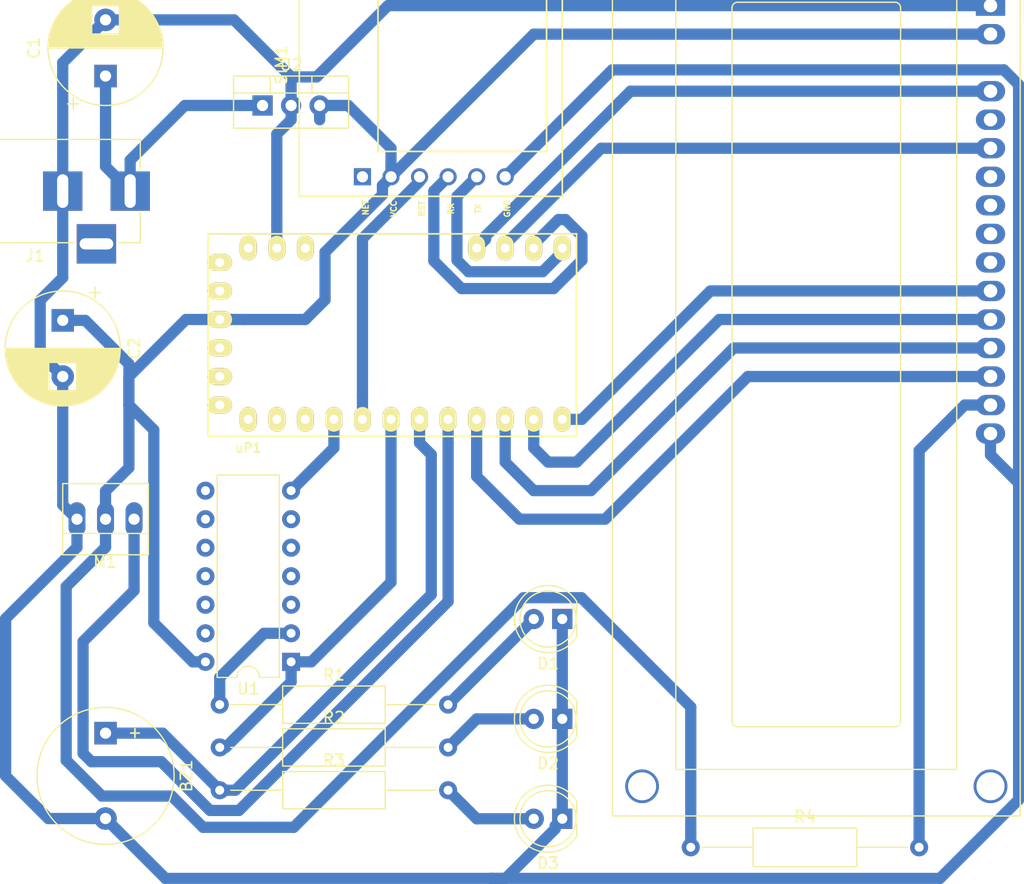
<source format=kicad_pcb>
(kicad_pcb (version 4) (host pcbnew 4.0.6+dfsg1-1)

  (general
    (links 41)
    (no_connects 1)
    (area 50.699999 50.699999 218.545 152.500001)
    (thickness 1.6)
    (drawings 4)
    (tracks 176)
    (zones 0)
    (modules 17)
    (nets 44)
  )

  (page A4)
  (layers
    (0 F.Cu signal hide)
    (31 B.Cu signal)
    (32 B.Adhes user)
    (33 F.Adhes user)
    (34 B.Paste user)
    (35 F.Paste user)
    (36 B.SilkS user)
    (37 F.SilkS user)
    (38 B.Mask user)
    (39 F.Mask user)
    (40 Dwgs.User user hide)
    (41 Cmts.User user)
    (42 Eco1.User user)
    (43 Eco2.User user)
    (44 Edge.Cuts user)
    (45 Margin user)
    (46 B.CrtYd user)
    (47 F.CrtYd user)
    (48 B.Fab user)
    (49 F.Fab user)
  )

  (setup
    (last_trace_width 1)
    (trace_clearance 0.5)
    (zone_clearance 0.508)
    (zone_45_only no)
    (trace_min 1)
    (segment_width 0.2)
    (edge_width 0.15)
    (via_size 0.6)
    (via_drill 0.4)
    (via_min_size 0.4)
    (via_min_drill 0.3)
    (uvia_size 0.3)
    (uvia_drill 0.1)
    (uvias_allowed no)
    (uvia_min_size 0.2)
    (uvia_min_drill 0.1)
    (pcb_text_width 0.3)
    (pcb_text_size 1.5 1.5)
    (mod_edge_width 0.15)
    (mod_text_size 1 1)
    (mod_text_width 0.15)
    (pad_size 1.6 1.6)
    (pad_drill 0.8)
    (pad_to_mask_clearance 0.2)
    (aux_axis_origin 0 0)
    (visible_elements FFFFEF7F)
    (pcbplotparams
      (layerselection 0x00030_80000001)
      (usegerberextensions false)
      (excludeedgelayer true)
      (linewidth 0.100000)
      (plotframeref false)
      (viasonmask false)
      (mode 1)
      (useauxorigin false)
      (hpglpennumber 1)
      (hpglpenspeed 20)
      (hpglpendiameter 15)
      (hpglpenoverlay 2)
      (psnegative false)
      (psa4output false)
      (plotreference true)
      (plotvalue true)
      (plotinvisibletext false)
      (padsonsilk false)
      (subtractmaskfromsilk false)
      (outputformat 1)
      (mirror false)
      (drillshape 1)
      (scaleselection 1)
      (outputdirectory ""))
  )

  (net 0 "")
  (net 1 "Net-(BZ1-Pad1)")
  (net 2 GND)
  (net 3 "Net-(C1-Pad1)")
  (net 4 "Net-(C2-Pad1)")
  (net 5 "Net-(D1-Pad2)")
  (net 6 "Net-(D2-Pad2)")
  (net 7 "Net-(D3-Pad2)")
  (net 8 "Net-(DS1-Pad4)")
  (net 9 "Net-(DS1-Pad5)")
  (net 10 "Net-(DS1-Pad6)")
  (net 11 "Net-(DS1-Pad7)")
  (net 12 "Net-(DS1-Pad8)")
  (net 13 "Net-(DS1-Pad9)")
  (net 14 "Net-(DS1-Pad10)")
  (net 15 "Net-(DS1-Pad11)")
  (net 16 "Net-(DS1-Pad12)")
  (net 17 "Net-(DS1-Pad13)")
  (net 18 "Net-(DS1-Pad14)")
  (net 19 "Net-(DS1-Pad15)")
  (net 20 "Net-(J1-Pad3)")
  (net 21 "Net-(M1-Pad1)")
  (net 22 "Net-(R1-Pad1)")
  (net 23 "Net-(R2-Pad1)")
  (net 24 "Net-(SIM1-Pad1)")
  (net 25 "Net-(uP1-Pad1)")
  (net 26 "Net-(uP1-Pad2)")
  (net 27 "Net-(uP1-Pad3)")
  (net 28 "Net-(uP1-Pad4)")
  (net 29 "Net-(SIM1-Pad3)")
  (net 30 "Net-(SIM1-Pad5)")
  (net 31 "Net-(SIM1-Pad4)")
  (net 32 "Net-(uP1-Pad22)")
  (net 33 "Net-(uP1-Pad24)")
  (net 34 "Net-(uP1-Pad30)")
  (net 35 "Net-(uP1-Pad32)")
  (net 36 "Net-(uP1-Pad33)")
  (net 37 "Net-(uP1-Pad34)")
  (net 38 "Net-(SIM1-Pad7)")
  (net 39 "Net-(SIM1-Pad8)")
  (net 40 "Net-(SIM1-Pad9)")
  (net 41 "Net-(SIM1-Pad10)")
  (net 42 "Net-(SIM1-Pad11)")
  (net 43 "Net-(SIM1-Pad12)")

  (net_class Default "This is the default net class."
    (clearance 0.5)
    (trace_width 1)
    (via_dia 0.6)
    (via_drill 0.4)
    (uvia_dia 0.3)
    (uvia_drill 0.1)
    (add_net GND)
    (add_net "Net-(BZ1-Pad1)")
    (add_net "Net-(C1-Pad1)")
    (add_net "Net-(C2-Pad1)")
    (add_net "Net-(D1-Pad2)")
    (add_net "Net-(D2-Pad2)")
    (add_net "Net-(D3-Pad2)")
    (add_net "Net-(DS1-Pad10)")
    (add_net "Net-(DS1-Pad11)")
    (add_net "Net-(DS1-Pad12)")
    (add_net "Net-(DS1-Pad13)")
    (add_net "Net-(DS1-Pad14)")
    (add_net "Net-(DS1-Pad15)")
    (add_net "Net-(DS1-Pad4)")
    (add_net "Net-(DS1-Pad5)")
    (add_net "Net-(DS1-Pad6)")
    (add_net "Net-(DS1-Pad7)")
    (add_net "Net-(DS1-Pad8)")
    (add_net "Net-(DS1-Pad9)")
    (add_net "Net-(J1-Pad3)")
    (add_net "Net-(M1-Pad1)")
    (add_net "Net-(R1-Pad1)")
    (add_net "Net-(R2-Pad1)")
    (add_net "Net-(SIM1-Pad1)")
    (add_net "Net-(SIM1-Pad10)")
    (add_net "Net-(SIM1-Pad11)")
    (add_net "Net-(SIM1-Pad12)")
    (add_net "Net-(SIM1-Pad3)")
    (add_net "Net-(SIM1-Pad4)")
    (add_net "Net-(SIM1-Pad5)")
    (add_net "Net-(SIM1-Pad7)")
    (add_net "Net-(SIM1-Pad8)")
    (add_net "Net-(SIM1-Pad9)")
    (add_net "Net-(uP1-Pad1)")
    (add_net "Net-(uP1-Pad2)")
    (add_net "Net-(uP1-Pad22)")
    (add_net "Net-(uP1-Pad24)")
    (add_net "Net-(uP1-Pad3)")
    (add_net "Net-(uP1-Pad30)")
    (add_net "Net-(uP1-Pad32)")
    (add_net "Net-(uP1-Pad33)")
    (add_net "Net-(uP1-Pad34)")
    (add_net "Net-(uP1-Pad4)")
  )

  (module Housings_DIP:DIP-14_W7.62mm (layer F.Cu) (tedit 5AC35109) (tstamp 5ACD6A43)
    (at 151.13 119.38 180)
    (descr "14-lead dip package, row spacing 7.62 mm (300 mils)")
    (tags "DIL DIP PDIP 2.54mm 7.62mm 300mil")
    (path /5AC23F5F)
    (fp_text reference U1 (at 3.81 -2.39 180) (layer F.SilkS)
      (effects (font (size 1 1) (thickness 0.15)))
    )
    (fp_text value 74LS04 (at 3.81 17.63 180) (layer F.Fab)
      (effects (font (size 1 1) (thickness 0.15)))
    )
    (fp_arc (start 3.81 -1.39) (end 2.81 -1.39) (angle -180) (layer F.SilkS) (width 0.12))
    (fp_line (start 1.635 -1.27) (end 6.985 -1.27) (layer F.Fab) (width 0.1))
    (fp_line (start 6.985 -1.27) (end 6.985 16.51) (layer F.Fab) (width 0.1))
    (fp_line (start 6.985 16.51) (end 0.635 16.51) (layer F.Fab) (width 0.1))
    (fp_line (start 0.635 16.51) (end 0.635 -0.27) (layer F.Fab) (width 0.1))
    (fp_line (start 0.635 -0.27) (end 1.635 -1.27) (layer F.Fab) (width 0.1))
    (fp_line (start 2.81 -1.39) (end 1.04 -1.39) (layer F.SilkS) (width 0.12))
    (fp_line (start 1.04 -1.39) (end 1.04 16.63) (layer F.SilkS) (width 0.12))
    (fp_line (start 1.04 16.63) (end 6.58 16.63) (layer F.SilkS) (width 0.12))
    (fp_line (start 6.58 16.63) (end 6.58 -1.39) (layer F.SilkS) (width 0.12))
    (fp_line (start 6.58 -1.39) (end 4.81 -1.39) (layer F.SilkS) (width 0.12))
    (fp_line (start -1.1 -1.6) (end -1.1 16.8) (layer F.CrtYd) (width 0.05))
    (fp_line (start -1.1 16.8) (end 8.7 16.8) (layer F.CrtYd) (width 0.05))
    (fp_line (start 8.7 16.8) (end 8.7 -1.6) (layer F.CrtYd) (width 0.05))
    (fp_line (start 8.7 -1.6) (end -1.1 -1.6) (layer F.CrtYd) (width 0.05))
    (pad 1 thru_hole rect (at 0 0 180) (size 1.6 1.6) (drill 0.8) (layers *.Cu *.Mask)
      (net 23 "Net-(R2-Pad1)"))
    (pad 8 thru_hole oval (at 7.62 15.24 180) (size 1.6 1.6) (drill 0.8) (layers *.Cu *.Mask))
    (pad 2 thru_hole oval (at 0 2.54 180) (size 1.6 1.6) (drill 0.8) (layers *.Cu *.Mask)
      (net 22 "Net-(R1-Pad1)"))
    (pad 9 thru_hole oval (at 7.62 12.7 180) (size 1.6 1.6) (drill 0.8) (layers *.Cu *.Mask))
    (pad 3 thru_hole oval (at 0 5.08 180) (size 1.6 1.6) (drill 0.8) (layers *.Cu *.Mask))
    (pad 10 thru_hole oval (at 7.62 10.16 180) (size 1.6 1.6) (drill 0.8) (layers *.Cu *.Mask))
    (pad 4 thru_hole oval (at 0 7.62 180) (size 1.6 1.6) (drill 0.8) (layers *.Cu *.Mask))
    (pad 11 thru_hole oval (at 7.62 7.62 180) (size 1.6 1.6) (drill 0.8) (layers *.Cu *.Mask))
    (pad 5 thru_hole oval (at 0 10.16 180) (size 1.6 1.6) (drill 0.8) (layers *.Cu *.Mask))
    (pad 12 thru_hole oval (at 7.62 5.08 180) (size 1.6 1.6) (drill 0.8) (layers *.Cu *.Mask))
    (pad 6 thru_hole oval (at 0 12.7 180) (size 1.6 1.6) (drill 0.8) (layers *.Cu *.Mask))
    (pad 13 thru_hole oval (at 7.62 2.54 180) (size 1.6 1.6) (drill 0.8) (layers *.Cu *.Mask))
    (pad 7 thru_hole oval (at 0 15.24 180) (size 1.6 1.6) (drill 0.8) (layers *.Cu *.Mask)
      (net 28 "Net-(uP1-Pad4)"))
    (pad 14 thru_hole oval (at 7.62 0 180) (size 1.6 1.6) (drill 0.8) (layers *.Cu *.Mask)
      (net 4 "Net-(C2-Pad1)"))
    (model Housings_DIP.3dshapes/DIP-14_W7.62mm.wrl
      (at (xyz 0 0 0))
      (scale (xyz 1 1 1))
      (rotate (xyz 0 0 0))
    )
  )

  (module "Arduino Pro Mini:pro_mini" (layer F.Cu) (tedit 5AC350E7) (tstamp 5ACD6A75)
    (at 161.29 90.17)
    (descr "IC, ARDUINO_PRO_MINI x 0,6\"")
    (tags "DIL ARDUINO PRO MINI")
    (path /5AA579DB)
    (fp_text reference uP1 (at -13.97 10.16) (layer F.SilkS)
      (effects (font (size 0.8 0.8) (thickness 0.16)))
    )
    (fp_text value ARDUPROMINI-RESCUE-Main_Board (at 0 0) (layer F.Fab) hide
      (effects (font (size 0.8 0.8) (thickness 0.16)))
    )
    (fp_line (start 15.24 9.144) (end 15.24 -8.89) (layer F.SilkS) (width 0.15))
    (fp_line (start -17.526 -8.89) (end -17.526 9.144) (layer F.SilkS) (width 0.15))
    (fp_line (start 15.24 9.144) (end -17.526 9.144) (layer F.SilkS) (width 0.15))
    (fp_line (start -17.526 -8.89) (end 15.24 -8.89) (layer F.SilkS) (width 0.15))
    (pad 1 thru_hole oval (at -13.97 7.62) (size 1.50114 2.19964) (drill 0.8001) (layers *.Cu *.Mask F.SilkS)
      (net 25 "Net-(uP1-Pad1)"))
    (pad 2 thru_hole oval (at -11.43 7.62) (size 1.50114 2.19964) (drill 0.8001) (layers *.Cu *.Mask F.SilkS)
      (net 26 "Net-(uP1-Pad2)"))
    (pad 3 thru_hole oval (at -8.89 7.62) (size 1.50114 2.19964) (drill 0.8001) (layers *.Cu *.Mask F.SilkS)
      (net 27 "Net-(uP1-Pad3)"))
    (pad 4 thru_hole oval (at -6.35 7.62) (size 1.50114 2.19964) (drill 0.8001) (layers *.Cu *.Mask F.SilkS)
      (net 28 "Net-(uP1-Pad4)"))
    (pad 5 thru_hole oval (at -3.81 7.62) (size 1.50114 2.19964) (drill 0.8001) (layers *.Cu *.Mask F.SilkS)
      (net 29 "Net-(SIM1-Pad3)"))
    (pad 6 thru_hole oval (at -1.27 7.62) (size 1.50114 2.19964) (drill 0.8001) (layers *.Cu *.Mask F.SilkS)
      (net 23 "Net-(R2-Pad1)"))
    (pad 7 thru_hole oval (at 1.27 7.62) (size 1.50114 2.19964) (drill 0.8001) (layers *.Cu *.Mask F.SilkS)
      (net 1 "Net-(BZ1-Pad1)"))
    (pad 8 thru_hole oval (at 3.81 7.62) (size 1.50114 2.19964) (drill 0.8001) (layers *.Cu *.Mask F.SilkS)
      (net 21 "Net-(M1-Pad1)"))
    (pad 9 thru_hole oval (at 6.35 7.62) (size 1.50114 2.19964) (drill 0.8001) (layers *.Cu *.Mask F.SilkS)
      (net 18 "Net-(DS1-Pad14)"))
    (pad 10 thru_hole oval (at 8.89 7.62) (size 1.50114 2.19964) (drill 0.8001) (layers *.Cu *.Mask F.SilkS)
      (net 17 "Net-(DS1-Pad13)"))
    (pad 11 thru_hole oval (at 11.43 7.62) (size 1.50114 2.19964) (drill 0.8001) (layers *.Cu *.Mask F.SilkS)
      (net 16 "Net-(DS1-Pad12)"))
    (pad 12 thru_hole oval (at 13.97 7.62) (size 1.50114 2.19964) (drill 0.8001) (layers *.Cu *.Mask F.SilkS)
      (net 15 "Net-(DS1-Pad11)"))
    (pad 13 thru_hole oval (at 13.97 -7.62) (size 1.50114 2.19964) (drill 0.8001) (layers *.Cu *.Mask F.SilkS)
      (net 30 "Net-(SIM1-Pad5)"))
    (pad 14 thru_hole oval (at 11.43 -7.62) (size 1.50114 2.19964) (drill 0.8001) (layers *.Cu *.Mask F.SilkS)
      (net 31 "Net-(SIM1-Pad4)"))
    (pad 15 thru_hole oval (at 8.89 -7.62) (size 1.50114 2.19964) (drill 0.8001) (layers *.Cu *.Mask F.SilkS)
      (net 10 "Net-(DS1-Pad6)"))
    (pad 16 thru_hole oval (at 6.35 -7.62) (size 1.50114 2.19964) (drill 0.8001) (layers *.Cu *.Mask F.SilkS)
      (net 8 "Net-(DS1-Pad4)"))
    (pad 22 thru_hole oval (at -8.89 -7.62) (size 1.50114 2.19964) (drill 0.8001) (layers *.Cu *.Mask F.SilkS)
      (net 32 "Net-(uP1-Pad22)"))
    (pad 23 thru_hole oval (at -11.43 -7.62) (size 1.50114 2.19964) (drill 0.8001) (layers *.Cu *.Mask F.SilkS)
      (net 2 GND))
    (pad 24 thru_hole oval (at -13.97 -7.62) (size 1.50114 2.19964) (drill 0.8001) (layers *.Cu *.Mask F.SilkS)
      (net 33 "Net-(uP1-Pad24)"))
    (pad 35 thru_hole oval (at -16.51 -6.35 90) (size 1.50114 2.19964) (drill 0.8001) (layers *.Cu *.Mask F.SilkS))
    (pad 30 thru_hole oval (at -16.51 -3.81 90) (size 1.50114 2.19964) (drill 0.8001) (layers *.Cu *.Mask F.SilkS)
      (net 34 "Net-(uP1-Pad30)"))
    (pad 31 thru_hole oval (at -16.51 -1.27 90) (size 1.50114 2.19964) (drill 0.8001) (layers *.Cu *.Mask F.SilkS)
      (net 4 "Net-(C2-Pad1)"))
    (pad 32 thru_hole oval (at -16.51 1.27 90) (size 1.50114 2.19964) (drill 0.8001) (layers *.Cu *.Mask F.SilkS)
      (net 35 "Net-(uP1-Pad32)"))
    (pad 33 thru_hole oval (at -16.51 3.81 90) (size 1.50114 2.19964) (drill 0.8001) (layers *.Cu *.Mask F.SilkS)
      (net 36 "Net-(uP1-Pad33)"))
    (pad 34 thru_hole oval (at -16.51 6.35 90) (size 1.50114 2.19964) (drill 0.8001) (layers *.Cu *.Mask F.SilkS)
      (net 37 "Net-(uP1-Pad34)"))
    (model Socket_Strips.3dshapes/Socket_Strip_Straight_1x02.wrl
      (at (xyz -0.15 0.2 0))
      (scale (xyz 1 1 1))
      (rotate (xyz 0 0 0))
    )
    (model Socket_Strips.3dshapes/Socket_Strip_Straight_1x03.wrl
      (at (xyz 0.55 0.1 0))
      (scale (xyz 1 1 1))
      (rotate (xyz 0 0 90))
    )
    (model Socket_Strips.3dshapes/Socket_Strip_Straight_1x12.wrl
      (at (xyz 0 0.3 0))
      (scale (xyz 1 1 1))
      (rotate (xyz 0 0 0))
    )
    (model Socket_Strips.3dshapes/Socket_Strip_Straight_1x12.wrl
      (at (xyz 0 -0.3 0))
      (scale (xyz 1 1 1))
      (rotate (xyz 0 0 0))
    )
    (model Socket_Strips.3dshapes/Socket_Strip_Straight_1x02.wrl
      (at (xyz 0.25 0.2 0))
      (scale (xyz 1 1 1))
      (rotate (xyz 0 0 0))
    )
    (model ${MYSLOCAL}/mysensors.3dshapes/mysensors_arduino.3dshapes/arduino_pro_mini.wrl
      (at (xyz -0.05 0 0.48))
      (scale (xyz 0.395 0.395 0.395))
      (rotate (xyz 0 0 180))
    )
    (model SMD_Packages.3dshapes/TQFP-32.wrl
      (at (xyz 0.05 0 0.5125))
      (scale (xyz 1 1 1))
      (rotate (xyz 0 0 315))
    )
    (model Pin_Headers.3dshapes/Pin_Header_Straight_1x12.wrl
      (at (xyz 0 -0.3 0.445))
      (scale (xyz 1 1 1))
      (rotate (xyz 0 180 0))
    )
    (model Pin_Headers.3dshapes/Pin_Header_Straight_1x12.wrl
      (at (xyz 0 0.3 0.445))
      (scale (xyz 1 1 1))
      (rotate (xyz 0 180 0))
    )
    (model Pin_Headers.3dshapes/Pin_Header_Straight_1x03.wrl
      (at (xyz 0.55 0.1 0.445))
      (scale (xyz 1 1 1))
      (rotate (xyz 0 180 90))
    )
    (model Pin_Headers.3dshapes/Pin_Header_Straight_1x02.wrl
      (at (xyz 0.25 0.2 0.445))
      (scale (xyz 1 1 1))
      (rotate (xyz 0 180 0))
    )
    (model Pin_Headers.3dshapes/Pin_Header_Straight_1x02.wrl
      (at (xyz -0.15 0.2 0.445))
      (scale (xyz 1 1 1))
      (rotate (xyz 0 180 0))
    )
    (model ${MYSLOCAL}/mysensors.3dshapes/w.lain.3dshapes/smd_leds/led_0603.wrl
      (at (xyz -0.3 0 0.5125))
      (scale (xyz 1 1 1))
      (rotate (xyz 0 0 0))
    )
    (model ${MYSLOCAL}/mysensors.3dshapes/w.lain.3dshapes/smd_leds/led_0603.wrl
      (at (xyz 0.55 -0.175 0.5125))
      (scale (xyz 1 1 1))
      (rotate (xyz 0 0 0))
    )
    (model Pin_Headers.3dshapes/Pin_Header_Angled_1x06.wrl
      (at (xyz -0.65 0 0.5125))
      (scale (xyz 1 1 1))
      (rotate (xyz 0 0 270))
    )
    (model Resistors_SMD.3dshapes/R_0603.wrl
      (at (xyz -0.3 -0.05 0.5125))
      (scale (xyz 1 1 1))
      (rotate (xyz 0 0 0))
    )
    (model Resistors_SMD.3dshapes/R_0603.wrl
      (at (xyz 0.55 -0.125 0.5125))
      (scale (xyz 1 1 1))
      (rotate (xyz 0 0 0))
    )
    (model Capacitors_SMD.3dshapes/C_0603.wrl
      (at (xyz -0.3 0.05 0.5125))
      (scale (xyz 1 1 1))
      (rotate (xyz 0 0 0))
    )
    (model Capacitors_Tantalum_SMD.3dshapes/TantalC_SizeS_EIA-3216.wrl
      (at (xyz -0.35 0.15 0.5125))
      (scale (xyz 1 1 1))
      (rotate (xyz 0 0 0))
    )
    (model Capacitors_Tantalum_SMD.3dshapes/TantalC_SizeS_EIA-3216.wrl
      (at (xyz -0.35 -0.15 0.5125))
      (scale (xyz 1 1 1))
      (rotate (xyz 0 0 0))
    )
    (model TO_SOT_Packages_SMD.3dshapes/SOT-23-5.wrl
      (at (xyz -0.4 0 0.5125))
      (scale (xyz 1 1 1))
      (rotate (xyz 0 0 90))
    )
    (model Capacitors_SMD.3dshapes/C_1210.wrl
      (at (xyz -0.5 0 0.5125))
      (scale (xyz 1 1 1))
      (rotate (xyz 0 0 90))
    )
  )

  (module WC1602A (layer F.Cu) (tedit 5AC320B9) (tstamp 5ACD69DC)
    (at 213.36 60.96 270)
    (descr "LCD 16x2 http://www.wincomlcd.com/pdf/WC1602A-SFYLYHTC06.pdf")
    (tags "LCD 16x2 Alphanumeric 16pin")
    (path /5AC23974)
    (fp_text reference DS1 (at -5.82 -3.81 270) (layer F.SilkS)
      (effects (font (size 1 1) (thickness 0.15)))
    )
    (fp_text value LCD16X2 (at -4.31 34.66 270) (layer F.Fab)
      (effects (font (size 1 1) (thickness 0.15)))
    )
    (fp_line (start -8.14 33.64) (end 72.14 33.64) (layer F.SilkS) (width 0.12))
    (fp_line (start 72.14 33.64) (end 72.14 -2.64) (layer F.SilkS) (width 0.12))
    (fp_line (start 72.14 -2.64) (end -7.34 -2.64) (layer F.SilkS) (width 0.12))
    (fp_line (start -8.14 -2.64) (end -8.14 33.64) (layer F.SilkS) (width 0.12))
    (fp_line (start -8.13 -2.64) (end -7.34 -2.64) (layer F.SilkS) (width 0.12))
    (fp_line (start -8.25 -2.75) (end -8.25 33.75) (layer F.CrtYd) (width 0.05))
    (fp_line (start -8.25 33.75) (end 72.25 33.75) (layer F.CrtYd) (width 0.05))
    (fp_line (start 72.25 -2.75) (end 72.25 33.75) (layer F.CrtYd) (width 0.05))
    (fp_line (start -1.5 -3) (end 1.5 -3) (layer F.SilkS) (width 0.12))
    (fp_line (start -8.25 -2.75) (end 72.25 -2.75) (layer F.CrtYd) (width 0.05))
    (fp_line (start 1 -2.5) (end 0 -1.5) (layer F.Fab) (width 0.1))
    (fp_line (start 0 -1.5) (end -1 -2.5) (layer F.Fab) (width 0.1))
    (fp_line (start -1 -2.5) (end -8 -2.5) (layer F.Fab) (width 0.1))
    (fp_text user %R (at 30.37 14.74 270) (layer F.Fab)
      (effects (font (size 1 1) (thickness 0.1)))
    )
    (fp_line (start 0.2 8) (end 63.7 8) (layer F.SilkS) (width 0.12))
    (fp_line (start -0.29972 22.49932) (end -0.29972 8.5) (layer F.SilkS) (width 0.12))
    (fp_line (start 63.70066 23) (end 0.2 23) (layer F.SilkS) (width 0.12))
    (fp_line (start 64.2 8.5) (end 64.2 22.5) (layer F.SilkS) (width 0.12))
    (fp_arc (start 63.7 8.5) (end 63.7 8) (angle 90) (layer F.SilkS) (width 0.12))
    (fp_arc (start 63.70066 22.49932) (end 64.20104 22.49932) (angle 90) (layer F.SilkS) (width 0.12))
    (fp_arc (start 0.20066 22.49932) (end 0.20066 22.9997) (angle 90) (layer F.SilkS) (width 0.12))
    (fp_arc (start 0.20066 8.49884) (end -0.29972 8.49884) (angle 90) (layer F.SilkS) (width 0.12))
    (fp_line (start -5 3) (end 68 3) (layer F.SilkS) (width 0.12))
    (fp_line (start 68 3) (end 68 28) (layer F.SilkS) (width 0.12))
    (fp_line (start 68 28) (end -5 28) (layer F.SilkS) (width 0.12))
    (fp_line (start -5 28) (end -5 3) (layer F.SilkS) (width 0.12))
    (fp_line (start 1 -2.5) (end 72 -2.5) (layer F.Fab) (width 0.1))
    (fp_line (start 72 -2.5) (end 72 33.5) (layer F.Fab) (width 0.1))
    (fp_line (start 72 33.5) (end -8 33.5) (layer F.Fab) (width 0.1))
    (fp_line (start -8 33.5) (end -8 -2.5) (layer F.Fab) (width 0.1))
    (pad 1 thru_hole rect (at 0 0 270) (size 1.8 2.6) (drill 1.2) (layers *.Cu *.Mask)
      (net 2 GND))
    (pad 2 thru_hole oval (at 2.54 0 270) (size 1.8 2.6) (drill 1.2) (layers *.Cu *.Mask)
      (net 4 "Net-(C2-Pad1)"))
    (pad 4 thru_hole oval (at 7.62 0 270) (size 1.8 2.6) (drill 1.2) (layers *.Cu *.Mask)
      (net 8 "Net-(DS1-Pad4)"))
    (pad 5 thru_hole oval (at 10.16 0 270) (size 1.8 2.6) (drill 1.2) (layers *.Cu *.Mask)
      (net 9 "Net-(DS1-Pad5)"))
    (pad 6 thru_hole oval (at 12.7 0 270) (size 1.8 2.6) (drill 1.2) (layers *.Cu *.Mask)
      (net 10 "Net-(DS1-Pad6)"))
    (pad 7 thru_hole oval (at 15.24 0 270) (size 1.8 2.6) (drill 1.2) (layers *.Cu *.Mask)
      (net 11 "Net-(DS1-Pad7)"))
    (pad 8 thru_hole oval (at 17.78 0 270) (size 1.8 2.6) (drill 1.2) (layers *.Cu *.Mask)
      (net 12 "Net-(DS1-Pad8)"))
    (pad 9 thru_hole oval (at 20.32 0 270) (size 1.8 2.6) (drill 1.2) (layers *.Cu *.Mask)
      (net 13 "Net-(DS1-Pad9)"))
    (pad 10 thru_hole oval (at 22.86 0 270) (size 1.8 2.6) (drill 1.2) (layers *.Cu *.Mask)
      (net 14 "Net-(DS1-Pad10)"))
    (pad 11 thru_hole oval (at 25.4 0 270) (size 1.8 2.6) (drill 1.2) (layers *.Cu *.Mask)
      (net 15 "Net-(DS1-Pad11)"))
    (pad 12 thru_hole oval (at 27.94 0 270) (size 1.8 2.6) (drill 1.2) (layers *.Cu *.Mask)
      (net 16 "Net-(DS1-Pad12)"))
    (pad 13 thru_hole oval (at 30.48 0 270) (size 1.8 2.6) (drill 1.2) (layers *.Cu *.Mask)
      (net 17 "Net-(DS1-Pad13)"))
    (pad 14 thru_hole oval (at 33.02 0 270) (size 1.8 2.6) (drill 1.2) (layers *.Cu *.Mask)
      (net 18 "Net-(DS1-Pad14)"))
    (pad 15 thru_hole oval (at 35.56 0 270) (size 1.8 2.6) (drill 1.2) (layers *.Cu *.Mask)
      (net 19 "Net-(DS1-Pad15)"))
    (pad 16 thru_hole oval (at 38.1 0 270) (size 1.8 2.6) (drill 1.2) (layers *.Cu *.Mask)
      (net 2 GND))
    (pad "" thru_hole circle (at -5.4991 0 270) (size 3 3) (drill 2.5) (layers *.Cu *.Mask))
    (pad "" thru_hole circle (at -5.4991 31.0007 270) (size 3 3) (drill 2.5) (layers *.Cu *.Mask))
    (pad "" thru_hole circle (at 69.49948 31.0007 270) (size 3 3) (drill 2.5) (layers *.Cu *.Mask))
    (pad "" thru_hole circle (at 69.5 0 270) (size 3 3) (drill 2.5) (layers *.Cu *.Mask))
    (model ${KISYS3DMOD}/Display.3dshapes/WC1602A.wrl
      (at (xyz 0 0 0))
      (scale (xyz 1 1 1))
      (rotate (xyz 0 0 0))
    )
  )

  (module SIM800L:Sim800L (layer F.Cu) (tedit 58985119) (tstamp 5ACD703B)
    (at 151.86 77.94 90)
    (path /5AC23AE8)
    (fp_text reference SIM1 (at 11.7 -1.6 90) (layer F.SilkS)
      (effects (font (size 1 1) (thickness 0.15)))
    )
    (fp_text value SIM800L (at 16 9 90) (layer F.Fab)
      (effects (font (size 1 1) (thickness 0.15)))
    )
    (fp_text user GND (at -1.1 18.5 90) (layer F.SilkS)
      (effects (font (size 0.5 0.5) (thickness 0.125)))
    )
    (fp_text user TX (at -1.1 15.9 90) (layer F.SilkS)
      (effects (font (size 0.5 0.5) (thickness 0.125)))
    )
    (fp_text user RX (at -1.1 13.5 90) (layer F.SilkS)
      (effects (font (size 0.5 0.5) (thickness 0.125)))
    )
    (fp_text user RST (at -1.1 10.9 90) (layer F.SilkS)
      (effects (font (size 0.5 0.5) (thickness 0.125)))
    )
    (fp_text user VCC (at -1.1 8.4 90) (layer F.SilkS)
      (effects (font (size 0.5 0.5) (thickness 0.125)))
    )
    (fp_text user NET (at -1 5.9 90) (layer F.SilkS)
      (effects (font (size 0.5 0.5) (thickness 0.125)))
    )
    (fp_line (start 4 7) (end 4 22) (layer F.SilkS) (width 0.15))
    (fp_line (start 4 22) (end 21 22) (layer F.SilkS) (width 0.15))
    (fp_line (start 21 22) (end 21 7) (layer F.SilkS) (width 0.15))
    (fp_line (start 21 7) (end 4 7) (layer F.SilkS) (width 0.15))
    (fp_line (start 0 0) (end 0 23.4) (layer F.SilkS) (width 0.15))
    (fp_line (start 0 23.4) (end 25 23.4) (layer F.SilkS) (width 0.15))
    (fp_line (start 25 23.4) (end 25 0) (layer F.SilkS) (width 0.15))
    (fp_line (start 25 0) (end 0 0) (layer F.SilkS) (width 0.15))
    (pad 1 thru_hole rect (at 1.74 5.62 90) (size 1.524 1.524) (drill 1) (layers *.Cu *.Mask)
      (net 24 "Net-(SIM1-Pad1)"))
    (pad 2 thru_hole circle (at 1.74 8.16 90) (size 1.524 1.524) (drill 1) (layers *.Cu *.Mask)
      (net 4 "Net-(C2-Pad1)"))
    (pad 3 thru_hole circle (at 1.74 10.7 90) (size 1.524 1.524) (drill 1) (layers *.Cu *.Mask)
      (net 29 "Net-(SIM1-Pad3)"))
    (pad 4 thru_hole circle (at 1.74 13.24 90) (size 1.524 1.524) (drill 1) (layers *.Cu *.Mask)
      (net 31 "Net-(SIM1-Pad4)"))
    (pad 5 thru_hole circle (at 1.74 15.78 90) (size 1.524 1.524) (drill 1) (layers *.Cu *.Mask)
      (net 30 "Net-(SIM1-Pad5)"))
    (pad 6 thru_hole circle (at 1.74 18.32 90) (size 1.524 1.524) (drill 1) (layers *.Cu *.Mask)
      (net 2 GND))
    (pad 7 thru_hole rect (at 23.44 8.16 90) (size 1.524 1.524) (drill 1) (layers *.Cu *.Mask)
      (net 38 "Net-(SIM1-Pad7)"))
    (pad 8 thru_hole circle (at 23.44 10.7 90) (size 1.524 1.524) (drill 1) (layers *.Cu *.Mask)
      (net 39 "Net-(SIM1-Pad8)"))
    (pad 9 thru_hole circle (at 23.44 13.24 90) (size 1.524 1.524) (drill 1) (layers *.Cu *.Mask)
      (net 40 "Net-(SIM1-Pad9)"))
    (pad 10 thru_hole circle (at 23.44 15.78 90) (size 1.524 1.524) (drill 1) (layers *.Cu *.Mask)
      (net 41 "Net-(SIM1-Pad10)"))
    (pad 11 thru_hole circle (at 23.44 18.32 90) (size 1.524 1.524) (drill 1) (layers *.Cu *.Mask)
      (net 42 "Net-(SIM1-Pad11)"))
    (pad 12 thru_hole circle (at 23.44 20.86 90) (size 1.524 1.524) (drill 1) (layers *.Cu *.Mask)
      (net 43 "Net-(SIM1-Pad12)"))
  )

  (module TO_SOT_Packages_THT:TO-220_Vertical (layer F.Cu) (tedit 58A217F2) (tstamp 5AC354A0)
    (at 148.59 69.85)
    (descr "TO-220, Vertical, RM 2.54mm")
    (tags "TO-220 Vertical RM 2.54mm")
    (path /5AA57DA9)
    (fp_text reference U2 (at 2.54 -3.62) (layer F.SilkS)
      (effects (font (size 1 1) (thickness 0.15)))
    )
    (fp_text value 7805 (at 2.54 3.92) (layer F.Fab)
      (effects (font (size 1 1) (thickness 0.15)))
    )
    (fp_line (start -2.46 -2.5) (end -2.46 1.9) (layer F.Fab) (width 0.1))
    (fp_line (start -2.46 1.9) (end 7.54 1.9) (layer F.Fab) (width 0.1))
    (fp_line (start 7.54 1.9) (end 7.54 -2.5) (layer F.Fab) (width 0.1))
    (fp_line (start 7.54 -2.5) (end -2.46 -2.5) (layer F.Fab) (width 0.1))
    (fp_line (start -2.46 -1.23) (end 7.54 -1.23) (layer F.Fab) (width 0.1))
    (fp_line (start 0.69 -2.5) (end 0.69 -1.23) (layer F.Fab) (width 0.1))
    (fp_line (start 4.39 -2.5) (end 4.39 -1.23) (layer F.Fab) (width 0.1))
    (fp_line (start -2.58 -2.62) (end 7.66 -2.62) (layer F.SilkS) (width 0.12))
    (fp_line (start -2.58 2.021) (end 7.66 2.021) (layer F.SilkS) (width 0.12))
    (fp_line (start -2.58 -2.62) (end -2.58 2.021) (layer F.SilkS) (width 0.12))
    (fp_line (start 7.66 -2.62) (end 7.66 2.021) (layer F.SilkS) (width 0.12))
    (fp_line (start -2.58 -1.11) (end 7.66 -1.11) (layer F.SilkS) (width 0.12))
    (fp_line (start 0.69 -2.62) (end 0.69 -1.11) (layer F.SilkS) (width 0.12))
    (fp_line (start 4.391 -2.62) (end 4.391 -1.11) (layer F.SilkS) (width 0.12))
    (fp_line (start -2.71 -2.75) (end -2.71 2.16) (layer F.CrtYd) (width 0.05))
    (fp_line (start -2.71 2.16) (end 7.79 2.16) (layer F.CrtYd) (width 0.05))
    (fp_line (start 7.79 2.16) (end 7.79 -2.75) (layer F.CrtYd) (width 0.05))
    (fp_line (start 7.79 -2.75) (end -2.71 -2.75) (layer F.CrtYd) (width 0.05))
    (fp_text user %R (at 2.54 -3.62) (layer F.Fab)
      (effects (font (size 1 1) (thickness 0.15)))
    )
    (pad 1 thru_hole rect (at 0 0) (size 1.8 1.8) (drill 1) (layers *.Cu *.Mask)
      (net 3 "Net-(C1-Pad1)"))
    (pad 2 thru_hole oval (at 2.54 0) (size 1.8 1.8) (drill 1) (layers *.Cu *.Mask)
      (net 2 GND))
    (pad 3 thru_hole oval (at 5.08 0) (size 1.8 1.8) (drill 1) (layers *.Cu *.Mask)
      (net 4 "Net-(C2-Pad1)"))
    (model TO_SOT_Packages_THT.3dshapes/TO-220_Vertical.wrl
      (at (xyz 0.1 0 0))
      (scale (xyz 0.393701 0.393701 0.393701))
      (rotate (xyz 0 0 0))
    )
  )

  (module Buzzer_Beeper:Buzzer_12x9.5RM7.6 (layer F.Cu) (tedit 5A030281) (tstamp 5ACD67FC)
    (at 134.62 125.73 270)
    (descr "Generic Buzzer, D12mm height 9.5mm with RM7.6mm")
    (tags buzzer)
    (path /5AC238A5)
    (fp_text reference BZ1 (at 3.8 -7.2 270) (layer F.SilkS)
      (effects (font (size 1 1) (thickness 0.15)))
    )
    (fp_text value Buzzer (at 3.8 7.4 270) (layer F.Fab)
      (effects (font (size 1 1) (thickness 0.15)))
    )
    (fp_text user + (at -0.01 -2.54 270) (layer F.Fab)
      (effects (font (size 1 1) (thickness 0.15)))
    )
    (fp_text user + (at -0.01 -2.54 270) (layer F.SilkS)
      (effects (font (size 1 1) (thickness 0.15)))
    )
    (fp_text user %R (at 3.8 -4 270) (layer F.Fab)
      (effects (font (size 1 1) (thickness 0.15)))
    )
    (fp_circle (center 3.8 0) (end 10.05 0) (layer F.CrtYd) (width 0.05))
    (fp_circle (center 3.8 0) (end 9.8 0) (layer F.Fab) (width 0.1))
    (fp_circle (center 3.8 0) (end 4.8 0) (layer F.Fab) (width 0.1))
    (fp_circle (center 3.8 0) (end 9.9 0) (layer F.SilkS) (width 0.12))
    (pad 1 thru_hole rect (at 0 0 270) (size 2 2) (drill 1) (layers *.Cu *.Mask)
      (net 1 "Net-(BZ1-Pad1)"))
    (pad 2 thru_hole circle (at 7.6 0 270) (size 2 2) (drill 1) (layers *.Cu *.Mask)
      (net 2 GND))
    (model ${KISYS3DMOD}/Buzzer_Beeper.3dshapes/Buzzer_12x9.5RM7.6.wrl
      (at (xyz 0 0 0))
      (scale (xyz 1 1 1))
      (rotate (xyz 0 0 0))
    )
  )

  (module Capacitor_THT:CP_Radial_D10.0mm_P5.00mm (layer F.Cu) (tedit 5A533290) (tstamp 5ACD68C8)
    (at 134.62 67.23 90)
    (descr "CP, Radial series, Radial, pin pitch=5.00mm, , diameter=10mm, Electrolytic Capacitor")
    (tags "CP Radial series Radial pin pitch 5.00mm  diameter 10mm Electrolytic Capacitor")
    (path /5AA57E26)
    (fp_text reference C1 (at 2.5 -6.37 90) (layer F.SilkS)
      (effects (font (size 1 1) (thickness 0.15)))
    )
    (fp_text value CP (at 2.5 6.37 90) (layer F.Fab)
      (effects (font (size 1 1) (thickness 0.15)))
    )
    (fp_circle (center 2.5 0) (end 7.5 0) (layer F.Fab) (width 0.1))
    (fp_circle (center 2.5 0) (end 7.62 0) (layer F.SilkS) (width 0.12))
    (fp_circle (center 2.5 0) (end 7.75 0) (layer F.CrtYd) (width 0.05))
    (fp_line (start -1.788861 -2.1875) (end -0.788861 -2.1875) (layer F.Fab) (width 0.1))
    (fp_line (start -1.288861 -2.6875) (end -1.288861 -1.6875) (layer F.Fab) (width 0.1))
    (fp_line (start 2.5 -5.08) (end 2.5 5.08) (layer F.SilkS) (width 0.12))
    (fp_line (start 2.54 -5.08) (end 2.54 5.08) (layer F.SilkS) (width 0.12))
    (fp_line (start 2.58 -5.08) (end 2.58 5.08) (layer F.SilkS) (width 0.12))
    (fp_line (start 2.62 -5.079) (end 2.62 5.079) (layer F.SilkS) (width 0.12))
    (fp_line (start 2.66 -5.078) (end 2.66 5.078) (layer F.SilkS) (width 0.12))
    (fp_line (start 2.7 -5.077) (end 2.7 5.077) (layer F.SilkS) (width 0.12))
    (fp_line (start 2.74 -5.075) (end 2.74 5.075) (layer F.SilkS) (width 0.12))
    (fp_line (start 2.78 -5.073) (end 2.78 5.073) (layer F.SilkS) (width 0.12))
    (fp_line (start 2.82 -5.07) (end 2.82 5.07) (layer F.SilkS) (width 0.12))
    (fp_line (start 2.86 -5.068) (end 2.86 5.068) (layer F.SilkS) (width 0.12))
    (fp_line (start 2.9 -5.065) (end 2.9 5.065) (layer F.SilkS) (width 0.12))
    (fp_line (start 2.94 -5.062) (end 2.94 5.062) (layer F.SilkS) (width 0.12))
    (fp_line (start 2.98 -5.058) (end 2.98 5.058) (layer F.SilkS) (width 0.12))
    (fp_line (start 3.02 -5.054) (end 3.02 5.054) (layer F.SilkS) (width 0.12))
    (fp_line (start 3.06 -5.05) (end 3.06 5.05) (layer F.SilkS) (width 0.12))
    (fp_line (start 3.1 -5.045) (end 3.1 5.045) (layer F.SilkS) (width 0.12))
    (fp_line (start 3.14 -5.04) (end 3.14 5.04) (layer F.SilkS) (width 0.12))
    (fp_line (start 3.18 -5.035) (end 3.18 5.035) (layer F.SilkS) (width 0.12))
    (fp_line (start 3.221 -5.03) (end 3.221 5.03) (layer F.SilkS) (width 0.12))
    (fp_line (start 3.261 -5.024) (end 3.261 5.024) (layer F.SilkS) (width 0.12))
    (fp_line (start 3.301 -5.018) (end 3.301 5.018) (layer F.SilkS) (width 0.12))
    (fp_line (start 3.341 -5.011) (end 3.341 5.011) (layer F.SilkS) (width 0.12))
    (fp_line (start 3.381 -5.004) (end 3.381 5.004) (layer F.SilkS) (width 0.12))
    (fp_line (start 3.421 -4.997) (end 3.421 4.997) (layer F.SilkS) (width 0.12))
    (fp_line (start 3.461 -4.99) (end 3.461 4.99) (layer F.SilkS) (width 0.12))
    (fp_line (start 3.501 -4.982) (end 3.501 4.982) (layer F.SilkS) (width 0.12))
    (fp_line (start 3.541 -4.974) (end 3.541 4.974) (layer F.SilkS) (width 0.12))
    (fp_line (start 3.581 -4.965) (end 3.581 4.965) (layer F.SilkS) (width 0.12))
    (fp_line (start 3.621 -4.956) (end 3.621 4.956) (layer F.SilkS) (width 0.12))
    (fp_line (start 3.661 -4.947) (end 3.661 4.947) (layer F.SilkS) (width 0.12))
    (fp_line (start 3.701 -4.938) (end 3.701 4.938) (layer F.SilkS) (width 0.12))
    (fp_line (start 3.741 -4.928) (end 3.741 4.928) (layer F.SilkS) (width 0.12))
    (fp_line (start 3.781 -4.918) (end 3.781 -1.241) (layer F.SilkS) (width 0.12))
    (fp_line (start 3.781 1.241) (end 3.781 4.918) (layer F.SilkS) (width 0.12))
    (fp_line (start 3.821 -4.907) (end 3.821 -1.241) (layer F.SilkS) (width 0.12))
    (fp_line (start 3.821 1.241) (end 3.821 4.907) (layer F.SilkS) (width 0.12))
    (fp_line (start 3.861 -4.897) (end 3.861 -1.241) (layer F.SilkS) (width 0.12))
    (fp_line (start 3.861 1.241) (end 3.861 4.897) (layer F.SilkS) (width 0.12))
    (fp_line (start 3.901 -4.885) (end 3.901 -1.241) (layer F.SilkS) (width 0.12))
    (fp_line (start 3.901 1.241) (end 3.901 4.885) (layer F.SilkS) (width 0.12))
    (fp_line (start 3.941 -4.874) (end 3.941 -1.241) (layer F.SilkS) (width 0.12))
    (fp_line (start 3.941 1.241) (end 3.941 4.874) (layer F.SilkS) (width 0.12))
    (fp_line (start 3.981 -4.862) (end 3.981 -1.241) (layer F.SilkS) (width 0.12))
    (fp_line (start 3.981 1.241) (end 3.981 4.862) (layer F.SilkS) (width 0.12))
    (fp_line (start 4.021 -4.85) (end 4.021 -1.241) (layer F.SilkS) (width 0.12))
    (fp_line (start 4.021 1.241) (end 4.021 4.85) (layer F.SilkS) (width 0.12))
    (fp_line (start 4.061 -4.837) (end 4.061 -1.241) (layer F.SilkS) (width 0.12))
    (fp_line (start 4.061 1.241) (end 4.061 4.837) (layer F.SilkS) (width 0.12))
    (fp_line (start 4.101 -4.824) (end 4.101 -1.241) (layer F.SilkS) (width 0.12))
    (fp_line (start 4.101 1.241) (end 4.101 4.824) (layer F.SilkS) (width 0.12))
    (fp_line (start 4.141 -4.811) (end 4.141 -1.241) (layer F.SilkS) (width 0.12))
    (fp_line (start 4.141 1.241) (end 4.141 4.811) (layer F.SilkS) (width 0.12))
    (fp_line (start 4.181 -4.797) (end 4.181 -1.241) (layer F.SilkS) (width 0.12))
    (fp_line (start 4.181 1.241) (end 4.181 4.797) (layer F.SilkS) (width 0.12))
    (fp_line (start 4.221 -4.783) (end 4.221 -1.241) (layer F.SilkS) (width 0.12))
    (fp_line (start 4.221 1.241) (end 4.221 4.783) (layer F.SilkS) (width 0.12))
    (fp_line (start 4.261 -4.768) (end 4.261 -1.241) (layer F.SilkS) (width 0.12))
    (fp_line (start 4.261 1.241) (end 4.261 4.768) (layer F.SilkS) (width 0.12))
    (fp_line (start 4.301 -4.754) (end 4.301 -1.241) (layer F.SilkS) (width 0.12))
    (fp_line (start 4.301 1.241) (end 4.301 4.754) (layer F.SilkS) (width 0.12))
    (fp_line (start 4.341 -4.738) (end 4.341 -1.241) (layer F.SilkS) (width 0.12))
    (fp_line (start 4.341 1.241) (end 4.341 4.738) (layer F.SilkS) (width 0.12))
    (fp_line (start 4.381 -4.723) (end 4.381 -1.241) (layer F.SilkS) (width 0.12))
    (fp_line (start 4.381 1.241) (end 4.381 4.723) (layer F.SilkS) (width 0.12))
    (fp_line (start 4.421 -4.707) (end 4.421 -1.241) (layer F.SilkS) (width 0.12))
    (fp_line (start 4.421 1.241) (end 4.421 4.707) (layer F.SilkS) (width 0.12))
    (fp_line (start 4.461 -4.69) (end 4.461 -1.241) (layer F.SilkS) (width 0.12))
    (fp_line (start 4.461 1.241) (end 4.461 4.69) (layer F.SilkS) (width 0.12))
    (fp_line (start 4.501 -4.674) (end 4.501 -1.241) (layer F.SilkS) (width 0.12))
    (fp_line (start 4.501 1.241) (end 4.501 4.674) (layer F.SilkS) (width 0.12))
    (fp_line (start 4.541 -4.657) (end 4.541 -1.241) (layer F.SilkS) (width 0.12))
    (fp_line (start 4.541 1.241) (end 4.541 4.657) (layer F.SilkS) (width 0.12))
    (fp_line (start 4.581 -4.639) (end 4.581 -1.241) (layer F.SilkS) (width 0.12))
    (fp_line (start 4.581 1.241) (end 4.581 4.639) (layer F.SilkS) (width 0.12))
    (fp_line (start 4.621 -4.621) (end 4.621 -1.241) (layer F.SilkS) (width 0.12))
    (fp_line (start 4.621 1.241) (end 4.621 4.621) (layer F.SilkS) (width 0.12))
    (fp_line (start 4.661 -4.603) (end 4.661 -1.241) (layer F.SilkS) (width 0.12))
    (fp_line (start 4.661 1.241) (end 4.661 4.603) (layer F.SilkS) (width 0.12))
    (fp_line (start 4.701 -4.584) (end 4.701 -1.241) (layer F.SilkS) (width 0.12))
    (fp_line (start 4.701 1.241) (end 4.701 4.584) (layer F.SilkS) (width 0.12))
    (fp_line (start 4.741 -4.564) (end 4.741 -1.241) (layer F.SilkS) (width 0.12))
    (fp_line (start 4.741 1.241) (end 4.741 4.564) (layer F.SilkS) (width 0.12))
    (fp_line (start 4.781 -4.545) (end 4.781 -1.241) (layer F.SilkS) (width 0.12))
    (fp_line (start 4.781 1.241) (end 4.781 4.545) (layer F.SilkS) (width 0.12))
    (fp_line (start 4.821 -4.525) (end 4.821 -1.241) (layer F.SilkS) (width 0.12))
    (fp_line (start 4.821 1.241) (end 4.821 4.525) (layer F.SilkS) (width 0.12))
    (fp_line (start 4.861 -4.504) (end 4.861 -1.241) (layer F.SilkS) (width 0.12))
    (fp_line (start 4.861 1.241) (end 4.861 4.504) (layer F.SilkS) (width 0.12))
    (fp_line (start 4.901 -4.483) (end 4.901 -1.241) (layer F.SilkS) (width 0.12))
    (fp_line (start 4.901 1.241) (end 4.901 4.483) (layer F.SilkS) (width 0.12))
    (fp_line (start 4.941 -4.462) (end 4.941 -1.241) (layer F.SilkS) (width 0.12))
    (fp_line (start 4.941 1.241) (end 4.941 4.462) (layer F.SilkS) (width 0.12))
    (fp_line (start 4.981 -4.44) (end 4.981 -1.241) (layer F.SilkS) (width 0.12))
    (fp_line (start 4.981 1.241) (end 4.981 4.44) (layer F.SilkS) (width 0.12))
    (fp_line (start 5.021 -4.417) (end 5.021 -1.241) (layer F.SilkS) (width 0.12))
    (fp_line (start 5.021 1.241) (end 5.021 4.417) (layer F.SilkS) (width 0.12))
    (fp_line (start 5.061 -4.395) (end 5.061 -1.241) (layer F.SilkS) (width 0.12))
    (fp_line (start 5.061 1.241) (end 5.061 4.395) (layer F.SilkS) (width 0.12))
    (fp_line (start 5.101 -4.371) (end 5.101 -1.241) (layer F.SilkS) (width 0.12))
    (fp_line (start 5.101 1.241) (end 5.101 4.371) (layer F.SilkS) (width 0.12))
    (fp_line (start 5.141 -4.347) (end 5.141 -1.241) (layer F.SilkS) (width 0.12))
    (fp_line (start 5.141 1.241) (end 5.141 4.347) (layer F.SilkS) (width 0.12))
    (fp_line (start 5.181 -4.323) (end 5.181 -1.241) (layer F.SilkS) (width 0.12))
    (fp_line (start 5.181 1.241) (end 5.181 4.323) (layer F.SilkS) (width 0.12))
    (fp_line (start 5.221 -4.298) (end 5.221 -1.241) (layer F.SilkS) (width 0.12))
    (fp_line (start 5.221 1.241) (end 5.221 4.298) (layer F.SilkS) (width 0.12))
    (fp_line (start 5.261 -4.273) (end 5.261 -1.241) (layer F.SilkS) (width 0.12))
    (fp_line (start 5.261 1.241) (end 5.261 4.273) (layer F.SilkS) (width 0.12))
    (fp_line (start 5.301 -4.247) (end 5.301 -1.241) (layer F.SilkS) (width 0.12))
    (fp_line (start 5.301 1.241) (end 5.301 4.247) (layer F.SilkS) (width 0.12))
    (fp_line (start 5.341 -4.221) (end 5.341 -1.241) (layer F.SilkS) (width 0.12))
    (fp_line (start 5.341 1.241) (end 5.341 4.221) (layer F.SilkS) (width 0.12))
    (fp_line (start 5.381 -4.194) (end 5.381 -1.241) (layer F.SilkS) (width 0.12))
    (fp_line (start 5.381 1.241) (end 5.381 4.194) (layer F.SilkS) (width 0.12))
    (fp_line (start 5.421 -4.166) (end 5.421 -1.241) (layer F.SilkS) (width 0.12))
    (fp_line (start 5.421 1.241) (end 5.421 4.166) (layer F.SilkS) (width 0.12))
    (fp_line (start 5.461 -4.138) (end 5.461 -1.241) (layer F.SilkS) (width 0.12))
    (fp_line (start 5.461 1.241) (end 5.461 4.138) (layer F.SilkS) (width 0.12))
    (fp_line (start 5.501 -4.11) (end 5.501 -1.241) (layer F.SilkS) (width 0.12))
    (fp_line (start 5.501 1.241) (end 5.501 4.11) (layer F.SilkS) (width 0.12))
    (fp_line (start 5.541 -4.08) (end 5.541 -1.241) (layer F.SilkS) (width 0.12))
    (fp_line (start 5.541 1.241) (end 5.541 4.08) (layer F.SilkS) (width 0.12))
    (fp_line (start 5.581 -4.05) (end 5.581 -1.241) (layer F.SilkS) (width 0.12))
    (fp_line (start 5.581 1.241) (end 5.581 4.05) (layer F.SilkS) (width 0.12))
    (fp_line (start 5.621 -4.02) (end 5.621 -1.241) (layer F.SilkS) (width 0.12))
    (fp_line (start 5.621 1.241) (end 5.621 4.02) (layer F.SilkS) (width 0.12))
    (fp_line (start 5.661 -3.989) (end 5.661 -1.241) (layer F.SilkS) (width 0.12))
    (fp_line (start 5.661 1.241) (end 5.661 3.989) (layer F.SilkS) (width 0.12))
    (fp_line (start 5.701 -3.957) (end 5.701 -1.241) (layer F.SilkS) (width 0.12))
    (fp_line (start 5.701 1.241) (end 5.701 3.957) (layer F.SilkS) (width 0.12))
    (fp_line (start 5.741 -3.925) (end 5.741 -1.241) (layer F.SilkS) (width 0.12))
    (fp_line (start 5.741 1.241) (end 5.741 3.925) (layer F.SilkS) (width 0.12))
    (fp_line (start 5.781 -3.892) (end 5.781 -1.241) (layer F.SilkS) (width 0.12))
    (fp_line (start 5.781 1.241) (end 5.781 3.892) (layer F.SilkS) (width 0.12))
    (fp_line (start 5.821 -3.858) (end 5.821 -1.241) (layer F.SilkS) (width 0.12))
    (fp_line (start 5.821 1.241) (end 5.821 3.858) (layer F.SilkS) (width 0.12))
    (fp_line (start 5.861 -3.824) (end 5.861 -1.241) (layer F.SilkS) (width 0.12))
    (fp_line (start 5.861 1.241) (end 5.861 3.824) (layer F.SilkS) (width 0.12))
    (fp_line (start 5.901 -3.789) (end 5.901 -1.241) (layer F.SilkS) (width 0.12))
    (fp_line (start 5.901 1.241) (end 5.901 3.789) (layer F.SilkS) (width 0.12))
    (fp_line (start 5.941 -3.753) (end 5.941 -1.241) (layer F.SilkS) (width 0.12))
    (fp_line (start 5.941 1.241) (end 5.941 3.753) (layer F.SilkS) (width 0.12))
    (fp_line (start 5.981 -3.716) (end 5.981 -1.241) (layer F.SilkS) (width 0.12))
    (fp_line (start 5.981 1.241) (end 5.981 3.716) (layer F.SilkS) (width 0.12))
    (fp_line (start 6.021 -3.679) (end 6.021 -1.241) (layer F.SilkS) (width 0.12))
    (fp_line (start 6.021 1.241) (end 6.021 3.679) (layer F.SilkS) (width 0.12))
    (fp_line (start 6.061 -3.64) (end 6.061 -1.241) (layer F.SilkS) (width 0.12))
    (fp_line (start 6.061 1.241) (end 6.061 3.64) (layer F.SilkS) (width 0.12))
    (fp_line (start 6.101 -3.601) (end 6.101 -1.241) (layer F.SilkS) (width 0.12))
    (fp_line (start 6.101 1.241) (end 6.101 3.601) (layer F.SilkS) (width 0.12))
    (fp_line (start 6.141 -3.561) (end 6.141 -1.241) (layer F.SilkS) (width 0.12))
    (fp_line (start 6.141 1.241) (end 6.141 3.561) (layer F.SilkS) (width 0.12))
    (fp_line (start 6.181 -3.52) (end 6.181 -1.241) (layer F.SilkS) (width 0.12))
    (fp_line (start 6.181 1.241) (end 6.181 3.52) (layer F.SilkS) (width 0.12))
    (fp_line (start 6.221 -3.478) (end 6.221 -1.241) (layer F.SilkS) (width 0.12))
    (fp_line (start 6.221 1.241) (end 6.221 3.478) (layer F.SilkS) (width 0.12))
    (fp_line (start 6.261 -3.436) (end 6.261 3.436) (layer F.SilkS) (width 0.12))
    (fp_line (start 6.301 -3.392) (end 6.301 3.392) (layer F.SilkS) (width 0.12))
    (fp_line (start 6.341 -3.347) (end 6.341 3.347) (layer F.SilkS) (width 0.12))
    (fp_line (start 6.381 -3.301) (end 6.381 3.301) (layer F.SilkS) (width 0.12))
    (fp_line (start 6.421 -3.254) (end 6.421 3.254) (layer F.SilkS) (width 0.12))
    (fp_line (start 6.461 -3.206) (end 6.461 3.206) (layer F.SilkS) (width 0.12))
    (fp_line (start 6.501 -3.156) (end 6.501 3.156) (layer F.SilkS) (width 0.12))
    (fp_line (start 6.541 -3.106) (end 6.541 3.106) (layer F.SilkS) (width 0.12))
    (fp_line (start 6.581 -3.054) (end 6.581 3.054) (layer F.SilkS) (width 0.12))
    (fp_line (start 6.621 -3) (end 6.621 3) (layer F.SilkS) (width 0.12))
    (fp_line (start 6.661 -2.945) (end 6.661 2.945) (layer F.SilkS) (width 0.12))
    (fp_line (start 6.701 -2.889) (end 6.701 2.889) (layer F.SilkS) (width 0.12))
    (fp_line (start 6.741 -2.83) (end 6.741 2.83) (layer F.SilkS) (width 0.12))
    (fp_line (start 6.781 -2.77) (end 6.781 2.77) (layer F.SilkS) (width 0.12))
    (fp_line (start 6.821 -2.709) (end 6.821 2.709) (layer F.SilkS) (width 0.12))
    (fp_line (start 6.861 -2.645) (end 6.861 2.645) (layer F.SilkS) (width 0.12))
    (fp_line (start 6.901 -2.579) (end 6.901 2.579) (layer F.SilkS) (width 0.12))
    (fp_line (start 6.941 -2.51) (end 6.941 2.51) (layer F.SilkS) (width 0.12))
    (fp_line (start 6.981 -2.439) (end 6.981 2.439) (layer F.SilkS) (width 0.12))
    (fp_line (start 7.021 -2.365) (end 7.021 2.365) (layer F.SilkS) (width 0.12))
    (fp_line (start 7.061 -2.289) (end 7.061 2.289) (layer F.SilkS) (width 0.12))
    (fp_line (start 7.101 -2.209) (end 7.101 2.209) (layer F.SilkS) (width 0.12))
    (fp_line (start 7.141 -2.125) (end 7.141 2.125) (layer F.SilkS) (width 0.12))
    (fp_line (start 7.181 -2.037) (end 7.181 2.037) (layer F.SilkS) (width 0.12))
    (fp_line (start 7.221 -1.944) (end 7.221 1.944) (layer F.SilkS) (width 0.12))
    (fp_line (start 7.261 -1.846) (end 7.261 1.846) (layer F.SilkS) (width 0.12))
    (fp_line (start 7.301 -1.742) (end 7.301 1.742) (layer F.SilkS) (width 0.12))
    (fp_line (start 7.341 -1.63) (end 7.341 1.63) (layer F.SilkS) (width 0.12))
    (fp_line (start 7.381 -1.51) (end 7.381 1.51) (layer F.SilkS) (width 0.12))
    (fp_line (start 7.421 -1.378) (end 7.421 1.378) (layer F.SilkS) (width 0.12))
    (fp_line (start 7.461 -1.23) (end 7.461 1.23) (layer F.SilkS) (width 0.12))
    (fp_line (start 7.501 -1.062) (end 7.501 1.062) (layer F.SilkS) (width 0.12))
    (fp_line (start 7.541 -0.862) (end 7.541 0.862) (layer F.SilkS) (width 0.12))
    (fp_line (start 7.581 -0.599) (end 7.581 0.599) (layer F.SilkS) (width 0.12))
    (fp_line (start -2.979646 -2.875) (end -1.979646 -2.875) (layer F.SilkS) (width 0.12))
    (fp_line (start -2.479646 -3.375) (end -2.479646 -2.375) (layer F.SilkS) (width 0.12))
    (fp_text user %R (at 2.5 0 90) (layer F.Fab)
      (effects (font (size 1 1) (thickness 0.15)))
    )
    (pad 1 thru_hole rect (at 0 0 90) (size 2 2) (drill 1) (layers *.Cu *.Mask)
      (net 3 "Net-(C1-Pad1)"))
    (pad 2 thru_hole circle (at 5 0 90) (size 2 2) (drill 1) (layers *.Cu *.Mask)
      (net 2 GND))
    (model ${KISYS3DMOD}/Capacitor_THT.3dshapes/CP_Radial_D10.0mm_P5.00mm.wrl
      (at (xyz 0 0 0))
      (scale (xyz 1 1 1))
      (rotate (xyz 0 0 0))
    )
  )

  (module Capacitor_THT:CP_Radial_D10.0mm_P5.00mm (layer F.Cu) (tedit 5A533290) (tstamp 5ACD6994)
    (at 130.81 88.98 270)
    (descr "CP, Radial series, Radial, pin pitch=5.00mm, , diameter=10mm, Electrolytic Capacitor")
    (tags "CP Radial series Radial pin pitch 5.00mm  diameter 10mm Electrolytic Capacitor")
    (path /5AA57EA9)
    (fp_text reference C2 (at 2.5 -6.37 270) (layer F.SilkS)
      (effects (font (size 1 1) (thickness 0.15)))
    )
    (fp_text value CP (at 2.5 6.37 270) (layer F.Fab)
      (effects (font (size 1 1) (thickness 0.15)))
    )
    (fp_circle (center 2.5 0) (end 7.5 0) (layer F.Fab) (width 0.1))
    (fp_circle (center 2.5 0) (end 7.62 0) (layer F.SilkS) (width 0.12))
    (fp_circle (center 2.5 0) (end 7.75 0) (layer F.CrtYd) (width 0.05))
    (fp_line (start -1.788861 -2.1875) (end -0.788861 -2.1875) (layer F.Fab) (width 0.1))
    (fp_line (start -1.288861 -2.6875) (end -1.288861 -1.6875) (layer F.Fab) (width 0.1))
    (fp_line (start 2.5 -5.08) (end 2.5 5.08) (layer F.SilkS) (width 0.12))
    (fp_line (start 2.54 -5.08) (end 2.54 5.08) (layer F.SilkS) (width 0.12))
    (fp_line (start 2.58 -5.08) (end 2.58 5.08) (layer F.SilkS) (width 0.12))
    (fp_line (start 2.62 -5.079) (end 2.62 5.079) (layer F.SilkS) (width 0.12))
    (fp_line (start 2.66 -5.078) (end 2.66 5.078) (layer F.SilkS) (width 0.12))
    (fp_line (start 2.7 -5.077) (end 2.7 5.077) (layer F.SilkS) (width 0.12))
    (fp_line (start 2.74 -5.075) (end 2.74 5.075) (layer F.SilkS) (width 0.12))
    (fp_line (start 2.78 -5.073) (end 2.78 5.073) (layer F.SilkS) (width 0.12))
    (fp_line (start 2.82 -5.07) (end 2.82 5.07) (layer F.SilkS) (width 0.12))
    (fp_line (start 2.86 -5.068) (end 2.86 5.068) (layer F.SilkS) (width 0.12))
    (fp_line (start 2.9 -5.065) (end 2.9 5.065) (layer F.SilkS) (width 0.12))
    (fp_line (start 2.94 -5.062) (end 2.94 5.062) (layer F.SilkS) (width 0.12))
    (fp_line (start 2.98 -5.058) (end 2.98 5.058) (layer F.SilkS) (width 0.12))
    (fp_line (start 3.02 -5.054) (end 3.02 5.054) (layer F.SilkS) (width 0.12))
    (fp_line (start 3.06 -5.05) (end 3.06 5.05) (layer F.SilkS) (width 0.12))
    (fp_line (start 3.1 -5.045) (end 3.1 5.045) (layer F.SilkS) (width 0.12))
    (fp_line (start 3.14 -5.04) (end 3.14 5.04) (layer F.SilkS) (width 0.12))
    (fp_line (start 3.18 -5.035) (end 3.18 5.035) (layer F.SilkS) (width 0.12))
    (fp_line (start 3.221 -5.03) (end 3.221 5.03) (layer F.SilkS) (width 0.12))
    (fp_line (start 3.261 -5.024) (end 3.261 5.024) (layer F.SilkS) (width 0.12))
    (fp_line (start 3.301 -5.018) (end 3.301 5.018) (layer F.SilkS) (width 0.12))
    (fp_line (start 3.341 -5.011) (end 3.341 5.011) (layer F.SilkS) (width 0.12))
    (fp_line (start 3.381 -5.004) (end 3.381 5.004) (layer F.SilkS) (width 0.12))
    (fp_line (start 3.421 -4.997) (end 3.421 4.997) (layer F.SilkS) (width 0.12))
    (fp_line (start 3.461 -4.99) (end 3.461 4.99) (layer F.SilkS) (width 0.12))
    (fp_line (start 3.501 -4.982) (end 3.501 4.982) (layer F.SilkS) (width 0.12))
    (fp_line (start 3.541 -4.974) (end 3.541 4.974) (layer F.SilkS) (width 0.12))
    (fp_line (start 3.581 -4.965) (end 3.581 4.965) (layer F.SilkS) (width 0.12))
    (fp_line (start 3.621 -4.956) (end 3.621 4.956) (layer F.SilkS) (width 0.12))
    (fp_line (start 3.661 -4.947) (end 3.661 4.947) (layer F.SilkS) (width 0.12))
    (fp_line (start 3.701 -4.938) (end 3.701 4.938) (layer F.SilkS) (width 0.12))
    (fp_line (start 3.741 -4.928) (end 3.741 4.928) (layer F.SilkS) (width 0.12))
    (fp_line (start 3.781 -4.918) (end 3.781 -1.241) (layer F.SilkS) (width 0.12))
    (fp_line (start 3.781 1.241) (end 3.781 4.918) (layer F.SilkS) (width 0.12))
    (fp_line (start 3.821 -4.907) (end 3.821 -1.241) (layer F.SilkS) (width 0.12))
    (fp_line (start 3.821 1.241) (end 3.821 4.907) (layer F.SilkS) (width 0.12))
    (fp_line (start 3.861 -4.897) (end 3.861 -1.241) (layer F.SilkS) (width 0.12))
    (fp_line (start 3.861 1.241) (end 3.861 4.897) (layer F.SilkS) (width 0.12))
    (fp_line (start 3.901 -4.885) (end 3.901 -1.241) (layer F.SilkS) (width 0.12))
    (fp_line (start 3.901 1.241) (end 3.901 4.885) (layer F.SilkS) (width 0.12))
    (fp_line (start 3.941 -4.874) (end 3.941 -1.241) (layer F.SilkS) (width 0.12))
    (fp_line (start 3.941 1.241) (end 3.941 4.874) (layer F.SilkS) (width 0.12))
    (fp_line (start 3.981 -4.862) (end 3.981 -1.241) (layer F.SilkS) (width 0.12))
    (fp_line (start 3.981 1.241) (end 3.981 4.862) (layer F.SilkS) (width 0.12))
    (fp_line (start 4.021 -4.85) (end 4.021 -1.241) (layer F.SilkS) (width 0.12))
    (fp_line (start 4.021 1.241) (end 4.021 4.85) (layer F.SilkS) (width 0.12))
    (fp_line (start 4.061 -4.837) (end 4.061 -1.241) (layer F.SilkS) (width 0.12))
    (fp_line (start 4.061 1.241) (end 4.061 4.837) (layer F.SilkS) (width 0.12))
    (fp_line (start 4.101 -4.824) (end 4.101 -1.241) (layer F.SilkS) (width 0.12))
    (fp_line (start 4.101 1.241) (end 4.101 4.824) (layer F.SilkS) (width 0.12))
    (fp_line (start 4.141 -4.811) (end 4.141 -1.241) (layer F.SilkS) (width 0.12))
    (fp_line (start 4.141 1.241) (end 4.141 4.811) (layer F.SilkS) (width 0.12))
    (fp_line (start 4.181 -4.797) (end 4.181 -1.241) (layer F.SilkS) (width 0.12))
    (fp_line (start 4.181 1.241) (end 4.181 4.797) (layer F.SilkS) (width 0.12))
    (fp_line (start 4.221 -4.783) (end 4.221 -1.241) (layer F.SilkS) (width 0.12))
    (fp_line (start 4.221 1.241) (end 4.221 4.783) (layer F.SilkS) (width 0.12))
    (fp_line (start 4.261 -4.768) (end 4.261 -1.241) (layer F.SilkS) (width 0.12))
    (fp_line (start 4.261 1.241) (end 4.261 4.768) (layer F.SilkS) (width 0.12))
    (fp_line (start 4.301 -4.754) (end 4.301 -1.241) (layer F.SilkS) (width 0.12))
    (fp_line (start 4.301 1.241) (end 4.301 4.754) (layer F.SilkS) (width 0.12))
    (fp_line (start 4.341 -4.738) (end 4.341 -1.241) (layer F.SilkS) (width 0.12))
    (fp_line (start 4.341 1.241) (end 4.341 4.738) (layer F.SilkS) (width 0.12))
    (fp_line (start 4.381 -4.723) (end 4.381 -1.241) (layer F.SilkS) (width 0.12))
    (fp_line (start 4.381 1.241) (end 4.381 4.723) (layer F.SilkS) (width 0.12))
    (fp_line (start 4.421 -4.707) (end 4.421 -1.241) (layer F.SilkS) (width 0.12))
    (fp_line (start 4.421 1.241) (end 4.421 4.707) (layer F.SilkS) (width 0.12))
    (fp_line (start 4.461 -4.69) (end 4.461 -1.241) (layer F.SilkS) (width 0.12))
    (fp_line (start 4.461 1.241) (end 4.461 4.69) (layer F.SilkS) (width 0.12))
    (fp_line (start 4.501 -4.674) (end 4.501 -1.241) (layer F.SilkS) (width 0.12))
    (fp_line (start 4.501 1.241) (end 4.501 4.674) (layer F.SilkS) (width 0.12))
    (fp_line (start 4.541 -4.657) (end 4.541 -1.241) (layer F.SilkS) (width 0.12))
    (fp_line (start 4.541 1.241) (end 4.541 4.657) (layer F.SilkS) (width 0.12))
    (fp_line (start 4.581 -4.639) (end 4.581 -1.241) (layer F.SilkS) (width 0.12))
    (fp_line (start 4.581 1.241) (end 4.581 4.639) (layer F.SilkS) (width 0.12))
    (fp_line (start 4.621 -4.621) (end 4.621 -1.241) (layer F.SilkS) (width 0.12))
    (fp_line (start 4.621 1.241) (end 4.621 4.621) (layer F.SilkS) (width 0.12))
    (fp_line (start 4.661 -4.603) (end 4.661 -1.241) (layer F.SilkS) (width 0.12))
    (fp_line (start 4.661 1.241) (end 4.661 4.603) (layer F.SilkS) (width 0.12))
    (fp_line (start 4.701 -4.584) (end 4.701 -1.241) (layer F.SilkS) (width 0.12))
    (fp_line (start 4.701 1.241) (end 4.701 4.584) (layer F.SilkS) (width 0.12))
    (fp_line (start 4.741 -4.564) (end 4.741 -1.241) (layer F.SilkS) (width 0.12))
    (fp_line (start 4.741 1.241) (end 4.741 4.564) (layer F.SilkS) (width 0.12))
    (fp_line (start 4.781 -4.545) (end 4.781 -1.241) (layer F.SilkS) (width 0.12))
    (fp_line (start 4.781 1.241) (end 4.781 4.545) (layer F.SilkS) (width 0.12))
    (fp_line (start 4.821 -4.525) (end 4.821 -1.241) (layer F.SilkS) (width 0.12))
    (fp_line (start 4.821 1.241) (end 4.821 4.525) (layer F.SilkS) (width 0.12))
    (fp_line (start 4.861 -4.504) (end 4.861 -1.241) (layer F.SilkS) (width 0.12))
    (fp_line (start 4.861 1.241) (end 4.861 4.504) (layer F.SilkS) (width 0.12))
    (fp_line (start 4.901 -4.483) (end 4.901 -1.241) (layer F.SilkS) (width 0.12))
    (fp_line (start 4.901 1.241) (end 4.901 4.483) (layer F.SilkS) (width 0.12))
    (fp_line (start 4.941 -4.462) (end 4.941 -1.241) (layer F.SilkS) (width 0.12))
    (fp_line (start 4.941 1.241) (end 4.941 4.462) (layer F.SilkS) (width 0.12))
    (fp_line (start 4.981 -4.44) (end 4.981 -1.241) (layer F.SilkS) (width 0.12))
    (fp_line (start 4.981 1.241) (end 4.981 4.44) (layer F.SilkS) (width 0.12))
    (fp_line (start 5.021 -4.417) (end 5.021 -1.241) (layer F.SilkS) (width 0.12))
    (fp_line (start 5.021 1.241) (end 5.021 4.417) (layer F.SilkS) (width 0.12))
    (fp_line (start 5.061 -4.395) (end 5.061 -1.241) (layer F.SilkS) (width 0.12))
    (fp_line (start 5.061 1.241) (end 5.061 4.395) (layer F.SilkS) (width 0.12))
    (fp_line (start 5.101 -4.371) (end 5.101 -1.241) (layer F.SilkS) (width 0.12))
    (fp_line (start 5.101 1.241) (end 5.101 4.371) (layer F.SilkS) (width 0.12))
    (fp_line (start 5.141 -4.347) (end 5.141 -1.241) (layer F.SilkS) (width 0.12))
    (fp_line (start 5.141 1.241) (end 5.141 4.347) (layer F.SilkS) (width 0.12))
    (fp_line (start 5.181 -4.323) (end 5.181 -1.241) (layer F.SilkS) (width 0.12))
    (fp_line (start 5.181 1.241) (end 5.181 4.323) (layer F.SilkS) (width 0.12))
    (fp_line (start 5.221 -4.298) (end 5.221 -1.241) (layer F.SilkS) (width 0.12))
    (fp_line (start 5.221 1.241) (end 5.221 4.298) (layer F.SilkS) (width 0.12))
    (fp_line (start 5.261 -4.273) (end 5.261 -1.241) (layer F.SilkS) (width 0.12))
    (fp_line (start 5.261 1.241) (end 5.261 4.273) (layer F.SilkS) (width 0.12))
    (fp_line (start 5.301 -4.247) (end 5.301 -1.241) (layer F.SilkS) (width 0.12))
    (fp_line (start 5.301 1.241) (end 5.301 4.247) (layer F.SilkS) (width 0.12))
    (fp_line (start 5.341 -4.221) (end 5.341 -1.241) (layer F.SilkS) (width 0.12))
    (fp_line (start 5.341 1.241) (end 5.341 4.221) (layer F.SilkS) (width 0.12))
    (fp_line (start 5.381 -4.194) (end 5.381 -1.241) (layer F.SilkS) (width 0.12))
    (fp_line (start 5.381 1.241) (end 5.381 4.194) (layer F.SilkS) (width 0.12))
    (fp_line (start 5.421 -4.166) (end 5.421 -1.241) (layer F.SilkS) (width 0.12))
    (fp_line (start 5.421 1.241) (end 5.421 4.166) (layer F.SilkS) (width 0.12))
    (fp_line (start 5.461 -4.138) (end 5.461 -1.241) (layer F.SilkS) (width 0.12))
    (fp_line (start 5.461 1.241) (end 5.461 4.138) (layer F.SilkS) (width 0.12))
    (fp_line (start 5.501 -4.11) (end 5.501 -1.241) (layer F.SilkS) (width 0.12))
    (fp_line (start 5.501 1.241) (end 5.501 4.11) (layer F.SilkS) (width 0.12))
    (fp_line (start 5.541 -4.08) (end 5.541 -1.241) (layer F.SilkS) (width 0.12))
    (fp_line (start 5.541 1.241) (end 5.541 4.08) (layer F.SilkS) (width 0.12))
    (fp_line (start 5.581 -4.05) (end 5.581 -1.241) (layer F.SilkS) (width 0.12))
    (fp_line (start 5.581 1.241) (end 5.581 4.05) (layer F.SilkS) (width 0.12))
    (fp_line (start 5.621 -4.02) (end 5.621 -1.241) (layer F.SilkS) (width 0.12))
    (fp_line (start 5.621 1.241) (end 5.621 4.02) (layer F.SilkS) (width 0.12))
    (fp_line (start 5.661 -3.989) (end 5.661 -1.241) (layer F.SilkS) (width 0.12))
    (fp_line (start 5.661 1.241) (end 5.661 3.989) (layer F.SilkS) (width 0.12))
    (fp_line (start 5.701 -3.957) (end 5.701 -1.241) (layer F.SilkS) (width 0.12))
    (fp_line (start 5.701 1.241) (end 5.701 3.957) (layer F.SilkS) (width 0.12))
    (fp_line (start 5.741 -3.925) (end 5.741 -1.241) (layer F.SilkS) (width 0.12))
    (fp_line (start 5.741 1.241) (end 5.741 3.925) (layer F.SilkS) (width 0.12))
    (fp_line (start 5.781 -3.892) (end 5.781 -1.241) (layer F.SilkS) (width 0.12))
    (fp_line (start 5.781 1.241) (end 5.781 3.892) (layer F.SilkS) (width 0.12))
    (fp_line (start 5.821 -3.858) (end 5.821 -1.241) (layer F.SilkS) (width 0.12))
    (fp_line (start 5.821 1.241) (end 5.821 3.858) (layer F.SilkS) (width 0.12))
    (fp_line (start 5.861 -3.824) (end 5.861 -1.241) (layer F.SilkS) (width 0.12))
    (fp_line (start 5.861 1.241) (end 5.861 3.824) (layer F.SilkS) (width 0.12))
    (fp_line (start 5.901 -3.789) (end 5.901 -1.241) (layer F.SilkS) (width 0.12))
    (fp_line (start 5.901 1.241) (end 5.901 3.789) (layer F.SilkS) (width 0.12))
    (fp_line (start 5.941 -3.753) (end 5.941 -1.241) (layer F.SilkS) (width 0.12))
    (fp_line (start 5.941 1.241) (end 5.941 3.753) (layer F.SilkS) (width 0.12))
    (fp_line (start 5.981 -3.716) (end 5.981 -1.241) (layer F.SilkS) (width 0.12))
    (fp_line (start 5.981 1.241) (end 5.981 3.716) (layer F.SilkS) (width 0.12))
    (fp_line (start 6.021 -3.679) (end 6.021 -1.241) (layer F.SilkS) (width 0.12))
    (fp_line (start 6.021 1.241) (end 6.021 3.679) (layer F.SilkS) (width 0.12))
    (fp_line (start 6.061 -3.64) (end 6.061 -1.241) (layer F.SilkS) (width 0.12))
    (fp_line (start 6.061 1.241) (end 6.061 3.64) (layer F.SilkS) (width 0.12))
    (fp_line (start 6.101 -3.601) (end 6.101 -1.241) (layer F.SilkS) (width 0.12))
    (fp_line (start 6.101 1.241) (end 6.101 3.601) (layer F.SilkS) (width 0.12))
    (fp_line (start 6.141 -3.561) (end 6.141 -1.241) (layer F.SilkS) (width 0.12))
    (fp_line (start 6.141 1.241) (end 6.141 3.561) (layer F.SilkS) (width 0.12))
    (fp_line (start 6.181 -3.52) (end 6.181 -1.241) (layer F.SilkS) (width 0.12))
    (fp_line (start 6.181 1.241) (end 6.181 3.52) (layer F.SilkS) (width 0.12))
    (fp_line (start 6.221 -3.478) (end 6.221 -1.241) (layer F.SilkS) (width 0.12))
    (fp_line (start 6.221 1.241) (end 6.221 3.478) (layer F.SilkS) (width 0.12))
    (fp_line (start 6.261 -3.436) (end 6.261 3.436) (layer F.SilkS) (width 0.12))
    (fp_line (start 6.301 -3.392) (end 6.301 3.392) (layer F.SilkS) (width 0.12))
    (fp_line (start 6.341 -3.347) (end 6.341 3.347) (layer F.SilkS) (width 0.12))
    (fp_line (start 6.381 -3.301) (end 6.381 3.301) (layer F.SilkS) (width 0.12))
    (fp_line (start 6.421 -3.254) (end 6.421 3.254) (layer F.SilkS) (width 0.12))
    (fp_line (start 6.461 -3.206) (end 6.461 3.206) (layer F.SilkS) (width 0.12))
    (fp_line (start 6.501 -3.156) (end 6.501 3.156) (layer F.SilkS) (width 0.12))
    (fp_line (start 6.541 -3.106) (end 6.541 3.106) (layer F.SilkS) (width 0.12))
    (fp_line (start 6.581 -3.054) (end 6.581 3.054) (layer F.SilkS) (width 0.12))
    (fp_line (start 6.621 -3) (end 6.621 3) (layer F.SilkS) (width 0.12))
    (fp_line (start 6.661 -2.945) (end 6.661 2.945) (layer F.SilkS) (width 0.12))
    (fp_line (start 6.701 -2.889) (end 6.701 2.889) (layer F.SilkS) (width 0.12))
    (fp_line (start 6.741 -2.83) (end 6.741 2.83) (layer F.SilkS) (width 0.12))
    (fp_line (start 6.781 -2.77) (end 6.781 2.77) (layer F.SilkS) (width 0.12))
    (fp_line (start 6.821 -2.709) (end 6.821 2.709) (layer F.SilkS) (width 0.12))
    (fp_line (start 6.861 -2.645) (end 6.861 2.645) (layer F.SilkS) (width 0.12))
    (fp_line (start 6.901 -2.579) (end 6.901 2.579) (layer F.SilkS) (width 0.12))
    (fp_line (start 6.941 -2.51) (end 6.941 2.51) (layer F.SilkS) (width 0.12))
    (fp_line (start 6.981 -2.439) (end 6.981 2.439) (layer F.SilkS) (width 0.12))
    (fp_line (start 7.021 -2.365) (end 7.021 2.365) (layer F.SilkS) (width 0.12))
    (fp_line (start 7.061 -2.289) (end 7.061 2.289) (layer F.SilkS) (width 0.12))
    (fp_line (start 7.101 -2.209) (end 7.101 2.209) (layer F.SilkS) (width 0.12))
    (fp_line (start 7.141 -2.125) (end 7.141 2.125) (layer F.SilkS) (width 0.12))
    (fp_line (start 7.181 -2.037) (end 7.181 2.037) (layer F.SilkS) (width 0.12))
    (fp_line (start 7.221 -1.944) (end 7.221 1.944) (layer F.SilkS) (width 0.12))
    (fp_line (start 7.261 -1.846) (end 7.261 1.846) (layer F.SilkS) (width 0.12))
    (fp_line (start 7.301 -1.742) (end 7.301 1.742) (layer F.SilkS) (width 0.12))
    (fp_line (start 7.341 -1.63) (end 7.341 1.63) (layer F.SilkS) (width 0.12))
    (fp_line (start 7.381 -1.51) (end 7.381 1.51) (layer F.SilkS) (width 0.12))
    (fp_line (start 7.421 -1.378) (end 7.421 1.378) (layer F.SilkS) (width 0.12))
    (fp_line (start 7.461 -1.23) (end 7.461 1.23) (layer F.SilkS) (width 0.12))
    (fp_line (start 7.501 -1.062) (end 7.501 1.062) (layer F.SilkS) (width 0.12))
    (fp_line (start 7.541 -0.862) (end 7.541 0.862) (layer F.SilkS) (width 0.12))
    (fp_line (start 7.581 -0.599) (end 7.581 0.599) (layer F.SilkS) (width 0.12))
    (fp_line (start -2.979646 -2.875) (end -1.979646 -2.875) (layer F.SilkS) (width 0.12))
    (fp_line (start -2.479646 -3.375) (end -2.479646 -2.375) (layer F.SilkS) (width 0.12))
    (fp_text user %R (at 2.5 0 270) (layer F.Fab)
      (effects (font (size 1 1) (thickness 0.15)))
    )
    (pad 1 thru_hole rect (at 0 0 270) (size 2 2) (drill 1) (layers *.Cu *.Mask)
      (net 4 "Net-(C2-Pad1)"))
    (pad 2 thru_hole circle (at 5 0 270) (size 2 2) (drill 1) (layers *.Cu *.Mask)
      (net 2 GND))
    (model ${KISYS3DMOD}/Capacitor_THT.3dshapes/CP_Radial_D10.0mm_P5.00mm.wrl
      (at (xyz 0 0 0))
      (scale (xyz 1 1 1))
      (rotate (xyz 0 0 0))
    )
  )

  (module LEDs:LED_D5.0mm (layer F.Cu) (tedit 587A3A7B) (tstamp 5ACD699A)
    (at 175.26 115.57 180)
    (descr "LED, diameter 5.0mm, 2 pins, http://cdn-reichelt.de/documents/datenblatt/A500/LL-504BC2E-009.pdf")
    (tags "LED diameter 5.0mm 2 pins")
    (path /5AC24519)
    (fp_text reference D1 (at 1.27 -3.96 180) (layer F.SilkS)
      (effects (font (size 1 1) (thickness 0.15)))
    )
    (fp_text value LED (at 1.27 3.96 180) (layer F.Fab)
      (effects (font (size 1 1) (thickness 0.15)))
    )
    (fp_arc (start 1.27 0) (end -1.23 -1.469694) (angle 299.1) (layer F.Fab) (width 0.1))
    (fp_arc (start 1.27 0) (end -1.29 -1.54483) (angle 148.9) (layer F.SilkS) (width 0.12))
    (fp_arc (start 1.27 0) (end -1.29 1.54483) (angle -148.9) (layer F.SilkS) (width 0.12))
    (fp_circle (center 1.27 0) (end 3.77 0) (layer F.Fab) (width 0.1))
    (fp_circle (center 1.27 0) (end 3.77 0) (layer F.SilkS) (width 0.12))
    (fp_line (start -1.23 -1.469694) (end -1.23 1.469694) (layer F.Fab) (width 0.1))
    (fp_line (start -1.29 -1.545) (end -1.29 1.545) (layer F.SilkS) (width 0.12))
    (fp_line (start -1.95 -3.25) (end -1.95 3.25) (layer F.CrtYd) (width 0.05))
    (fp_line (start -1.95 3.25) (end 4.5 3.25) (layer F.CrtYd) (width 0.05))
    (fp_line (start 4.5 3.25) (end 4.5 -3.25) (layer F.CrtYd) (width 0.05))
    (fp_line (start 4.5 -3.25) (end -1.95 -3.25) (layer F.CrtYd) (width 0.05))
    (pad 1 thru_hole rect (at 0 0 180) (size 1.8 1.8) (drill 0.9) (layers *.Cu *.Mask)
      (net 2 GND))
    (pad 2 thru_hole circle (at 2.54 0 180) (size 1.8 1.8) (drill 0.9) (layers *.Cu *.Mask)
      (net 5 "Net-(D1-Pad2)"))
    (model LEDs.3dshapes/LED_D5.0mm.wrl
      (at (xyz 0 0 0))
      (scale (xyz 0.393701 0.393701 0.393701))
      (rotate (xyz 0 0 0))
    )
  )

  (module LEDs:LED_D5.0mm (layer F.Cu) (tedit 587A3A7B) (tstamp 5ACD69A0)
    (at 175.26 124.46 180)
    (descr "LED, diameter 5.0mm, 2 pins, http://cdn-reichelt.de/documents/datenblatt/A500/LL-504BC2E-009.pdf")
    (tags "LED diameter 5.0mm 2 pins")
    (path /5AC23853)
    (fp_text reference D2 (at 1.27 -3.96 180) (layer F.SilkS)
      (effects (font (size 1 1) (thickness 0.15)))
    )
    (fp_text value LED (at 1.27 3.96 180) (layer F.Fab)
      (effects (font (size 1 1) (thickness 0.15)))
    )
    (fp_arc (start 1.27 0) (end -1.23 -1.469694) (angle 299.1) (layer F.Fab) (width 0.1))
    (fp_arc (start 1.27 0) (end -1.29 -1.54483) (angle 148.9) (layer F.SilkS) (width 0.12))
    (fp_arc (start 1.27 0) (end -1.29 1.54483) (angle -148.9) (layer F.SilkS) (width 0.12))
    (fp_circle (center 1.27 0) (end 3.77 0) (layer F.Fab) (width 0.1))
    (fp_circle (center 1.27 0) (end 3.77 0) (layer F.SilkS) (width 0.12))
    (fp_line (start -1.23 -1.469694) (end -1.23 1.469694) (layer F.Fab) (width 0.1))
    (fp_line (start -1.29 -1.545) (end -1.29 1.545) (layer F.SilkS) (width 0.12))
    (fp_line (start -1.95 -3.25) (end -1.95 3.25) (layer F.CrtYd) (width 0.05))
    (fp_line (start -1.95 3.25) (end 4.5 3.25) (layer F.CrtYd) (width 0.05))
    (fp_line (start 4.5 3.25) (end 4.5 -3.25) (layer F.CrtYd) (width 0.05))
    (fp_line (start 4.5 -3.25) (end -1.95 -3.25) (layer F.CrtYd) (width 0.05))
    (pad 1 thru_hole rect (at 0 0 180) (size 1.8 1.8) (drill 0.9) (layers *.Cu *.Mask)
      (net 2 GND))
    (pad 2 thru_hole circle (at 2.54 0 180) (size 1.8 1.8) (drill 0.9) (layers *.Cu *.Mask)
      (net 6 "Net-(D2-Pad2)"))
    (model LEDs.3dshapes/LED_D5.0mm.wrl
      (at (xyz 0 0 0))
      (scale (xyz 0.393701 0.393701 0.393701))
      (rotate (xyz 0 0 0))
    )
  )

  (module LEDs:LED_D5.0mm (layer F.Cu) (tedit 587A3A7B) (tstamp 5ACD69A6)
    (at 175.26 133.35 180)
    (descr "LED, diameter 5.0mm, 2 pins, http://cdn-reichelt.de/documents/datenblatt/A500/LL-504BC2E-009.pdf")
    (tags "LED diameter 5.0mm 2 pins")
    (path /5AC2387E)
    (fp_text reference D3 (at 1.27 -3.96 180) (layer F.SilkS)
      (effects (font (size 1 1) (thickness 0.15)))
    )
    (fp_text value LED (at 1.27 3.96 180) (layer F.Fab)
      (effects (font (size 1 1) (thickness 0.15)))
    )
    (fp_arc (start 1.27 0) (end -1.23 -1.469694) (angle 299.1) (layer F.Fab) (width 0.1))
    (fp_arc (start 1.27 0) (end -1.29 -1.54483) (angle 148.9) (layer F.SilkS) (width 0.12))
    (fp_arc (start 1.27 0) (end -1.29 1.54483) (angle -148.9) (layer F.SilkS) (width 0.12))
    (fp_circle (center 1.27 0) (end 3.77 0) (layer F.Fab) (width 0.1))
    (fp_circle (center 1.27 0) (end 3.77 0) (layer F.SilkS) (width 0.12))
    (fp_line (start -1.23 -1.469694) (end -1.23 1.469694) (layer F.Fab) (width 0.1))
    (fp_line (start -1.29 -1.545) (end -1.29 1.545) (layer F.SilkS) (width 0.12))
    (fp_line (start -1.95 -3.25) (end -1.95 3.25) (layer F.CrtYd) (width 0.05))
    (fp_line (start -1.95 3.25) (end 4.5 3.25) (layer F.CrtYd) (width 0.05))
    (fp_line (start 4.5 3.25) (end 4.5 -3.25) (layer F.CrtYd) (width 0.05))
    (fp_line (start 4.5 -3.25) (end -1.95 -3.25) (layer F.CrtYd) (width 0.05))
    (pad 1 thru_hole rect (at 0 0 180) (size 1.8 1.8) (drill 0.9) (layers *.Cu *.Mask)
      (net 2 GND))
    (pad 2 thru_hole circle (at 2.54 0 180) (size 1.8 1.8) (drill 0.9) (layers *.Cu *.Mask)
      (net 7 "Net-(D3-Pad2)"))
    (model LEDs.3dshapes/LED_D5.0mm.wrl
      (at (xyz 0 0 0))
      (scale (xyz 0.393701 0.393701 0.393701))
      (rotate (xyz 0 0 0))
    )
  )

  (module Connectors:BARREL_JACK (layer F.Cu) (tedit 5861378E) (tstamp 5ACD69FB)
    (at 136.81 77.47)
    (descr "DC Barrel Jack")
    (tags "Power Jack")
    (path /5AA57B54)
    (fp_text reference J1 (at -8.45 5.75 180) (layer F.SilkS)
      (effects (font (size 1 1) (thickness 0.15)))
    )
    (fp_text value BARREL_JACK (at -6.2 -5.5) (layer F.Fab)
      (effects (font (size 1 1) (thickness 0.15)))
    )
    (fp_line (start 1 -4.5) (end 1 -4.75) (layer F.CrtYd) (width 0.05))
    (fp_line (start 1 -4.75) (end -14 -4.75) (layer F.CrtYd) (width 0.05))
    (fp_line (start 1 -4.5) (end 1 -2) (layer F.CrtYd) (width 0.05))
    (fp_line (start 1 -2) (end 2 -2) (layer F.CrtYd) (width 0.05))
    (fp_line (start 2 -2) (end 2 2) (layer F.CrtYd) (width 0.05))
    (fp_line (start 2 2) (end 1 2) (layer F.CrtYd) (width 0.05))
    (fp_line (start 1 2) (end 1 4.75) (layer F.CrtYd) (width 0.05))
    (fp_line (start 1 4.75) (end -1 4.75) (layer F.CrtYd) (width 0.05))
    (fp_line (start -1 4.75) (end -1 6.75) (layer F.CrtYd) (width 0.05))
    (fp_line (start -1 6.75) (end -5 6.75) (layer F.CrtYd) (width 0.05))
    (fp_line (start -5 6.75) (end -5 4.75) (layer F.CrtYd) (width 0.05))
    (fp_line (start -5 4.75) (end -14 4.75) (layer F.CrtYd) (width 0.05))
    (fp_line (start -14 4.75) (end -14 -4.75) (layer F.CrtYd) (width 0.05))
    (fp_line (start -5 4.6) (end -13.8 4.6) (layer F.SilkS) (width 0.12))
    (fp_line (start -13.8 4.6) (end -13.8 -4.6) (layer F.SilkS) (width 0.12))
    (fp_line (start 0.9 1.9) (end 0.9 4.6) (layer F.SilkS) (width 0.12))
    (fp_line (start 0.9 4.6) (end -1 4.6) (layer F.SilkS) (width 0.12))
    (fp_line (start -13.8 -4.6) (end 0.9 -4.6) (layer F.SilkS) (width 0.12))
    (fp_line (start 0.9 -4.6) (end 0.9 -2) (layer F.SilkS) (width 0.12))
    (fp_line (start -10.2 -4.5) (end -10.2 4.5) (layer F.Fab) (width 0.1))
    (fp_line (start -13.7 -4.5) (end -13.7 4.5) (layer F.Fab) (width 0.1))
    (fp_line (start -13.7 4.5) (end 0.8 4.5) (layer F.Fab) (width 0.1))
    (fp_line (start 0.8 4.5) (end 0.8 -4.5) (layer F.Fab) (width 0.1))
    (fp_line (start 0.8 -4.5) (end -13.7 -4.5) (layer F.Fab) (width 0.1))
    (pad 1 thru_hole rect (at 0 0) (size 3.5 3.5) (drill oval 1 3) (layers *.Cu *.Mask)
      (net 3 "Net-(C1-Pad1)"))
    (pad 2 thru_hole rect (at -6 0) (size 3.5 3.5) (drill oval 1 3) (layers *.Cu *.Mask)
      (net 2 GND))
    (pad 3 thru_hole rect (at -3 4.7) (size 3.5 3.5) (drill oval 3 1) (layers *.Cu *.Mask)
      (net 20 "Net-(J1-Pad3)"))
  )

  (module Connectors:PINHEAD1-3 (layer F.Cu) (tedit 0) (tstamp 5ACD6A0B)
    (at 137.16 106.68 180)
    (path /5AA581A8)
    (fp_text reference M1 (at 2.59 -3.8 180) (layer F.SilkS)
      (effects (font (size 1 1) (thickness 0.15)))
    )
    (fp_text value Motor_Servo (at 2.54 3.81 180) (layer F.Fab)
      (effects (font (size 1 1) (thickness 0.15)))
    )
    (fp_line (start -1.27 -3.17) (end -1.27 3.17) (layer F.SilkS) (width 0.12))
    (fp_line (start 6.35 -3.17) (end 6.35 3.17) (layer F.SilkS) (width 0.12))
    (fp_line (start 6.35 -1.27) (end -1.27 -1.27) (layer F.SilkS) (width 0.12))
    (fp_line (start -1.27 -3.17) (end 6.35 -3.17) (layer F.SilkS) (width 0.12))
    (fp_line (start 6.35 3.17) (end -1.27 3.17) (layer F.SilkS) (width 0.12))
    (fp_line (start -1.52 -3.42) (end 6.6 -3.42) (layer F.CrtYd) (width 0.05))
    (fp_line (start -1.52 -3.42) (end -1.52 3.42) (layer F.CrtYd) (width 0.05))
    (fp_line (start 6.6 3.42) (end 6.6 -3.42) (layer F.CrtYd) (width 0.05))
    (fp_line (start 6.6 3.42) (end -1.52 3.42) (layer F.CrtYd) (width 0.05))
    (pad 1 thru_hole oval (at 0 0 180) (size 1.51 3.01) (drill 1) (layers *.Cu *.Mask)
      (net 21 "Net-(M1-Pad1)"))
    (pad 2 thru_hole oval (at 2.54 0 180) (size 1.51 3.01) (drill 1) (layers *.Cu *.Mask)
      (net 4 "Net-(C2-Pad1)"))
    (pad 3 thru_hole oval (at 5.08 0 180) (size 1.51 3.01) (drill 1) (layers *.Cu *.Mask)
      (net 2 GND))
  )

  (module Resistors_THT:R_Axial_DIN0309_L9.0mm_D3.2mm_P20.32mm_Horizontal (layer F.Cu) (tedit 5874F706) (tstamp 5ACD6A11)
    (at 144.78 123.19)
    (descr "Resistor, Axial_DIN0309 series, Axial, Horizontal, pin pitch=20.32mm, 0.5W = 1/2W, length*diameter=9*3.2mm^2, http://cdn-reichelt.de/documents/datenblatt/B400/1_4W%23YAG.pdf")
    (tags "Resistor Axial_DIN0309 series Axial Horizontal pin pitch 20.32mm 0.5W = 1/2W length 9mm diameter 3.2mm")
    (path /5AC25BA9)
    (fp_text reference R1 (at 10.16 -2.66) (layer F.SilkS)
      (effects (font (size 1 1) (thickness 0.15)))
    )
    (fp_text value R (at 10.16 2.66) (layer F.Fab)
      (effects (font (size 1 1) (thickness 0.15)))
    )
    (fp_line (start 5.66 -1.6) (end 5.66 1.6) (layer F.Fab) (width 0.1))
    (fp_line (start 5.66 1.6) (end 14.66 1.6) (layer F.Fab) (width 0.1))
    (fp_line (start 14.66 1.6) (end 14.66 -1.6) (layer F.Fab) (width 0.1))
    (fp_line (start 14.66 -1.6) (end 5.66 -1.6) (layer F.Fab) (width 0.1))
    (fp_line (start 0 0) (end 5.66 0) (layer F.Fab) (width 0.1))
    (fp_line (start 20.32 0) (end 14.66 0) (layer F.Fab) (width 0.1))
    (fp_line (start 5.6 -1.66) (end 5.6 1.66) (layer F.SilkS) (width 0.12))
    (fp_line (start 5.6 1.66) (end 14.72 1.66) (layer F.SilkS) (width 0.12))
    (fp_line (start 14.72 1.66) (end 14.72 -1.66) (layer F.SilkS) (width 0.12))
    (fp_line (start 14.72 -1.66) (end 5.6 -1.66) (layer F.SilkS) (width 0.12))
    (fp_line (start 0.98 0) (end 5.6 0) (layer F.SilkS) (width 0.12))
    (fp_line (start 19.34 0) (end 14.72 0) (layer F.SilkS) (width 0.12))
    (fp_line (start -1.05 -1.95) (end -1.05 1.95) (layer F.CrtYd) (width 0.05))
    (fp_line (start -1.05 1.95) (end 21.4 1.95) (layer F.CrtYd) (width 0.05))
    (fp_line (start 21.4 1.95) (end 21.4 -1.95) (layer F.CrtYd) (width 0.05))
    (fp_line (start 21.4 -1.95) (end -1.05 -1.95) (layer F.CrtYd) (width 0.05))
    (pad 1 thru_hole circle (at 0 0) (size 1.6 1.6) (drill 0.8) (layers *.Cu *.Mask)
      (net 22 "Net-(R1-Pad1)"))
    (pad 2 thru_hole oval (at 20.32 0) (size 1.6 1.6) (drill 0.8) (layers *.Cu *.Mask)
      (net 5 "Net-(D1-Pad2)"))
    (model Resistors_THT.3dshapes/R_Axial_DIN0309_L9.0mm_D3.2mm_P20.32mm_Horizontal.wrl
      (at (xyz 0 0 0))
      (scale (xyz 0.393701 0.393701 0.393701))
      (rotate (xyz 0 0 0))
    )
  )

  (module Resistors_THT:R_Axial_DIN0309_L9.0mm_D3.2mm_P20.32mm_Horizontal (layer F.Cu) (tedit 5874F706) (tstamp 5ACD6A17)
    (at 144.78 127)
    (descr "Resistor, Axial_DIN0309 series, Axial, Horizontal, pin pitch=20.32mm, 0.5W = 1/2W, length*diameter=9*3.2mm^2, http://cdn-reichelt.de/documents/datenblatt/B400/1_4W%23YAG.pdf")
    (tags "Resistor Axial_DIN0309 series Axial Horizontal pin pitch 20.32mm 0.5W = 1/2W length 9mm diameter 3.2mm")
    (path /5AC2590D)
    (fp_text reference R2 (at 10.16 -2.66) (layer F.SilkS)
      (effects (font (size 1 1) (thickness 0.15)))
    )
    (fp_text value R (at 10.16 2.66) (layer F.Fab)
      (effects (font (size 1 1) (thickness 0.15)))
    )
    (fp_line (start 5.66 -1.6) (end 5.66 1.6) (layer F.Fab) (width 0.1))
    (fp_line (start 5.66 1.6) (end 14.66 1.6) (layer F.Fab) (width 0.1))
    (fp_line (start 14.66 1.6) (end 14.66 -1.6) (layer F.Fab) (width 0.1))
    (fp_line (start 14.66 -1.6) (end 5.66 -1.6) (layer F.Fab) (width 0.1))
    (fp_line (start 0 0) (end 5.66 0) (layer F.Fab) (width 0.1))
    (fp_line (start 20.32 0) (end 14.66 0) (layer F.Fab) (width 0.1))
    (fp_line (start 5.6 -1.66) (end 5.6 1.66) (layer F.SilkS) (width 0.12))
    (fp_line (start 5.6 1.66) (end 14.72 1.66) (layer F.SilkS) (width 0.12))
    (fp_line (start 14.72 1.66) (end 14.72 -1.66) (layer F.SilkS) (width 0.12))
    (fp_line (start 14.72 -1.66) (end 5.6 -1.66) (layer F.SilkS) (width 0.12))
    (fp_line (start 0.98 0) (end 5.6 0) (layer F.SilkS) (width 0.12))
    (fp_line (start 19.34 0) (end 14.72 0) (layer F.SilkS) (width 0.12))
    (fp_line (start -1.05 -1.95) (end -1.05 1.95) (layer F.CrtYd) (width 0.05))
    (fp_line (start -1.05 1.95) (end 21.4 1.95) (layer F.CrtYd) (width 0.05))
    (fp_line (start 21.4 1.95) (end 21.4 -1.95) (layer F.CrtYd) (width 0.05))
    (fp_line (start 21.4 -1.95) (end -1.05 -1.95) (layer F.CrtYd) (width 0.05))
    (pad 1 thru_hole circle (at 0 0) (size 1.6 1.6) (drill 0.8) (layers *.Cu *.Mask)
      (net 23 "Net-(R2-Pad1)"))
    (pad 2 thru_hole oval (at 20.32 0) (size 1.6 1.6) (drill 0.8) (layers *.Cu *.Mask)
      (net 6 "Net-(D2-Pad2)"))
    (model Resistors_THT.3dshapes/R_Axial_DIN0309_L9.0mm_D3.2mm_P20.32mm_Horizontal.wrl
      (at (xyz 0 0 0))
      (scale (xyz 0.393701 0.393701 0.393701))
      (rotate (xyz 0 0 0))
    )
  )

  (module Resistors_THT:R_Axial_DIN0309_L9.0mm_D3.2mm_P20.32mm_Horizontal (layer F.Cu) (tedit 5874F706) (tstamp 5ACD6A1D)
    (at 144.78 130.81)
    (descr "Resistor, Axial_DIN0309 series, Axial, Horizontal, pin pitch=20.32mm, 0.5W = 1/2W, length*diameter=9*3.2mm^2, http://cdn-reichelt.de/documents/datenblatt/B400/1_4W%23YAG.pdf")
    (tags "Resistor Axial_DIN0309 series Axial Horizontal pin pitch 20.32mm 0.5W = 1/2W length 9mm diameter 3.2mm")
    (path /5AC255EA)
    (fp_text reference R3 (at 10.16 -2.66) (layer F.SilkS)
      (effects (font (size 1 1) (thickness 0.15)))
    )
    (fp_text value R (at 10.16 2.66) (layer F.Fab)
      (effects (font (size 1 1) (thickness 0.15)))
    )
    (fp_line (start 5.66 -1.6) (end 5.66 1.6) (layer F.Fab) (width 0.1))
    (fp_line (start 5.66 1.6) (end 14.66 1.6) (layer F.Fab) (width 0.1))
    (fp_line (start 14.66 1.6) (end 14.66 -1.6) (layer F.Fab) (width 0.1))
    (fp_line (start 14.66 -1.6) (end 5.66 -1.6) (layer F.Fab) (width 0.1))
    (fp_line (start 0 0) (end 5.66 0) (layer F.Fab) (width 0.1))
    (fp_line (start 20.32 0) (end 14.66 0) (layer F.Fab) (width 0.1))
    (fp_line (start 5.6 -1.66) (end 5.6 1.66) (layer F.SilkS) (width 0.12))
    (fp_line (start 5.6 1.66) (end 14.72 1.66) (layer F.SilkS) (width 0.12))
    (fp_line (start 14.72 1.66) (end 14.72 -1.66) (layer F.SilkS) (width 0.12))
    (fp_line (start 14.72 -1.66) (end 5.6 -1.66) (layer F.SilkS) (width 0.12))
    (fp_line (start 0.98 0) (end 5.6 0) (layer F.SilkS) (width 0.12))
    (fp_line (start 19.34 0) (end 14.72 0) (layer F.SilkS) (width 0.12))
    (fp_line (start -1.05 -1.95) (end -1.05 1.95) (layer F.CrtYd) (width 0.05))
    (fp_line (start -1.05 1.95) (end 21.4 1.95) (layer F.CrtYd) (width 0.05))
    (fp_line (start 21.4 1.95) (end 21.4 -1.95) (layer F.CrtYd) (width 0.05))
    (fp_line (start 21.4 -1.95) (end -1.05 -1.95) (layer F.CrtYd) (width 0.05))
    (pad 1 thru_hole circle (at 0 0) (size 1.6 1.6) (drill 0.8) (layers *.Cu *.Mask)
      (net 1 "Net-(BZ1-Pad1)"))
    (pad 2 thru_hole oval (at 20.32 0) (size 1.6 1.6) (drill 0.8) (layers *.Cu *.Mask)
      (net 7 "Net-(D3-Pad2)"))
    (model Resistors_THT.3dshapes/R_Axial_DIN0309_L9.0mm_D3.2mm_P20.32mm_Horizontal.wrl
      (at (xyz 0 0 0))
      (scale (xyz 0.393701 0.393701 0.393701))
      (rotate (xyz 0 0 0))
    )
  )

  (module Resistor_THT:R_Axial_DIN0309_L9.0mm_D3.2mm_P20.32mm_Horizontal (layer F.Cu) (tedit 5A24F4B6) (tstamp 5AC3526A)
    (at 186.69 135.89)
    (descr "Resistor, Axial_DIN0309 series, Axial, Horizontal, pin pitch=20.32mm, 0.5W = 1/2W, length*diameter=9*3.2mm^2, http://cdn-reichelt.de/documents/datenblatt/B400/1_4W%23YAG.pdf")
    (tags "Resistor Axial_DIN0309 series Axial Horizontal pin pitch 20.32mm 0.5W = 1/2W length 9mm diameter 3.2mm")
    (path /5AC31512)
    (fp_text reference R4 (at 10.16 -2.72) (layer F.SilkS)
      (effects (font (size 1 1) (thickness 0.15)))
    )
    (fp_text value R (at 10.16 2.72) (layer F.Fab)
      (effects (font (size 1 1) (thickness 0.15)))
    )
    (fp_line (start 5.66 -1.6) (end 5.66 1.6) (layer F.Fab) (width 0.1))
    (fp_line (start 5.66 1.6) (end 14.66 1.6) (layer F.Fab) (width 0.1))
    (fp_line (start 14.66 1.6) (end 14.66 -1.6) (layer F.Fab) (width 0.1))
    (fp_line (start 14.66 -1.6) (end 5.66 -1.6) (layer F.Fab) (width 0.1))
    (fp_line (start 0 0) (end 5.66 0) (layer F.Fab) (width 0.1))
    (fp_line (start 20.32 0) (end 14.66 0) (layer F.Fab) (width 0.1))
    (fp_line (start 5.54 -1.72) (end 5.54 1.72) (layer F.SilkS) (width 0.12))
    (fp_line (start 5.54 1.72) (end 14.78 1.72) (layer F.SilkS) (width 0.12))
    (fp_line (start 14.78 1.72) (end 14.78 -1.72) (layer F.SilkS) (width 0.12))
    (fp_line (start 14.78 -1.72) (end 5.54 -1.72) (layer F.SilkS) (width 0.12))
    (fp_line (start 1.04 0) (end 5.54 0) (layer F.SilkS) (width 0.12))
    (fp_line (start 19.28 0) (end 14.78 0) (layer F.SilkS) (width 0.12))
    (fp_line (start -1.05 -2) (end -1.05 2) (layer F.CrtYd) (width 0.05))
    (fp_line (start -1.05 2) (end 21.4 2) (layer F.CrtYd) (width 0.05))
    (fp_line (start 21.4 2) (end 21.4 -2) (layer F.CrtYd) (width 0.05))
    (fp_line (start 21.4 -2) (end -1.05 -2) (layer F.CrtYd) (width 0.05))
    (fp_text user %R (at 10.16 0) (layer F.Fab)
      (effects (font (size 1 1) (thickness 0.15)))
    )
    (pad 1 thru_hole circle (at 0 0) (size 1.6 1.6) (drill 0.8) (layers *.Cu *.Mask)
      (net 4 "Net-(C2-Pad1)"))
    (pad 2 thru_hole oval (at 20.32 0) (size 1.6 1.6) (drill 0.8) (layers *.Cu *.Mask)
      (net 19 "Net-(DS1-Pad15)"))
    (model ${KISYS3DMOD}/Resistor_THT.3dshapes/R_Axial_DIN0309_L9.0mm_D3.2mm_P20.32mm_Horizontal.wrl
      (at (xyz 0 0 0))
      (scale (xyz 1 1 1))
      (rotate (xyz 0 0 0))
    )
  )

  (gr_line (start 50.8 152.4) (end 50.8 50.8) (layer Dwgs.User) (width 0.2))
  (gr_line (start 177.8 152.4) (end 50.8 152.4) (layer Dwgs.User) (width 0.2))
  (gr_line (start 177.8 50.8) (end 177.8 152.4) (layer Dwgs.User) (width 0.2))
  (gr_line (start 50.8 50.8) (end 177.8 50.8) (layer Dwgs.User) (width 0.2))

  (segment (start 144.78 130.81) (end 146.174002 130.81) (width 1) (layer B.Cu) (net 1))
  (segment (start 146.174002 130.81) (end 163.59999 113.384012) (width 1) (layer B.Cu) (net 1))
  (segment (start 163.59999 100.92981) (end 162.56 99.88982) (width 1) (layer B.Cu) (net 1))
  (segment (start 163.59999 113.384012) (end 163.59999 100.92981) (width 1) (layer B.Cu) (net 1))
  (segment (start 162.56 99.88982) (end 162.56 97.79) (width 1) (layer B.Cu) (net 1))
  (segment (start 144.78 130.81) (end 139.7 125.73) (width 1) (layer B.Cu) (net 1))
  (segment (start 139.7 125.73) (end 134.62 125.73) (width 1) (layer B.Cu) (net 1))
  (segment (start 151.13 69.85) (end 151.13 71.122792) (width 1) (layer B.Cu) (net 2))
  (segment (start 151.13 71.122792) (end 149.86 72.392792) (width 1) (layer B.Cu) (net 2))
  (segment (start 149.86 72.392792) (end 149.86 80.45018) (width 1) (layer B.Cu) (net 2))
  (segment (start 149.86 80.45018) (end 149.86 82.55) (width 1) (layer B.Cu) (net 2))
  (segment (start 215.860001 103.460001) (end 215.860001 67.992982) (width 1) (layer B.Cu) (net 2))
  (segment (start 170.941999 75.438001) (end 170.18 76.2) (width 1) (layer B.Cu) (net 2))
  (segment (start 215.860001 67.992982) (end 214.547009 66.67999) (width 1) (layer B.Cu) (net 2))
  (segment (start 179.70001 66.67999) (end 170.941999 75.438001) (width 1) (layer B.Cu) (net 2))
  (segment (start 214.547009 66.67999) (end 179.70001 66.67999) (width 1) (layer B.Cu) (net 2))
  (segment (start 170.221992 138.66001) (end 168.91 138.66001) (width 1) (layer B.Cu) (net 2))
  (segment (start 168.91 138.66001) (end 139.95001 138.66001) (width 1) (layer B.Cu) (net 2))
  (segment (start 213.36 99.06) (end 213.36 100.96) (width 1) (layer B.Cu) (net 2))
  (segment (start 213.36 100.96) (end 215.860001 103.460001) (width 1) (layer B.Cu) (net 2))
  (segment (start 215.860001 103.460001) (end 215.860001 131.660001) (width 1) (layer B.Cu) (net 2))
  (segment (start 215.860001 131.660001) (end 208.859992 138.66001) (width 1) (layer B.Cu) (net 2))
  (segment (start 208.859992 138.66001) (end 168.91 138.66001) (width 1) (layer B.Cu) (net 2))
  (segment (start 213.36 60.96) (end 159.747998 60.96) (width 1) (layer B.Cu) (net 2))
  (segment (start 159.747998 60.96) (end 153.397998 67.31) (width 1) (layer B.Cu) (net 2))
  (segment (start 153.397998 67.31) (end 151.13 67.31) (width 1) (layer B.Cu) (net 2))
  (segment (start 146.05 62.23) (end 151.13 67.31) (width 1) (layer B.Cu) (net 2))
  (segment (start 151.13 67.31) (end 151.13 69.85) (width 1) (layer B.Cu) (net 2))
  (segment (start 134.62 62.23) (end 146.05 62.23) (width 1) (layer B.Cu) (net 2))
  (segment (start 130.81 77.47) (end 130.81 85.179998) (width 1) (layer B.Cu) (net 2))
  (segment (start 130.81 85.179998) (end 128.809999 87.179999) (width 1) (layer B.Cu) (net 2))
  (segment (start 128.809999 87.179999) (end 128.809999 91.979999) (width 1) (layer B.Cu) (net 2))
  (segment (start 128.809999 91.979999) (end 129.810001 92.980001) (width 1) (layer B.Cu) (net 2))
  (segment (start 129.810001 92.980001) (end 130.81 93.98) (width 1) (layer B.Cu) (net 2))
  (segment (start 134.62 62.23) (end 130.81 66.04) (width 1) (layer B.Cu) (net 2))
  (segment (start 130.81 66.04) (end 130.81 77.47) (width 1) (layer B.Cu) (net 2))
  (segment (start 130.81 93.98) (end 130.81 105.41) (width 1) (layer B.Cu) (net 2))
  (segment (start 130.81 105.41) (end 132.08 106.68) (width 1) (layer B.Cu) (net 2))
  (segment (start 175.26 133.35) (end 174.620001 133.989999) (width 1) (layer B.Cu) (net 2))
  (segment (start 174.620001 133.989999) (end 174.620001 134.262001) (width 1) (layer B.Cu) (net 2))
  (segment (start 174.620001 134.262001) (end 170.221992 138.66001) (width 1) (layer B.Cu) (net 2))
  (segment (start 139.95001 138.66001) (end 135.619999 134.329999) (width 1) (layer B.Cu) (net 2))
  (segment (start 135.619999 134.329999) (end 134.62 133.33) (width 1) (layer B.Cu) (net 2))
  (segment (start 132.08 106.68) (end 132.08 109.185) (width 1) (layer B.Cu) (net 2))
  (segment (start 132.08 109.185) (end 125.73 115.535) (width 1) (layer B.Cu) (net 2))
  (segment (start 129.52 133.33) (end 134.62 133.33) (width 1) (layer B.Cu) (net 2))
  (segment (start 125.73 115.535) (end 125.73 129.54) (width 1) (layer B.Cu) (net 2))
  (segment (start 125.73 129.54) (end 129.52 133.33) (width 1) (layer B.Cu) (net 2))
  (segment (start 149.86 82.20075) (end 149.86 82.55) (width 1) (layer B.Cu) (net 2))
  (segment (start 175.26 124.46) (end 175.26 133.35) (width 1) (layer B.Cu) (net 2))
  (segment (start 175.26 115.57) (end 175.26 124.46) (width 1) (layer B.Cu) (net 2))
  (segment (start 148.59 69.85) (end 141.68 69.85) (width 1) (layer B.Cu) (net 3))
  (segment (start 141.68 69.85) (end 136.81 74.72) (width 1) (layer B.Cu) (net 3))
  (segment (start 136.81 74.72) (end 136.81 77.47) (width 1) (layer B.Cu) (net 3))
  (segment (start 134.62 67.23) (end 134.62 75.28) (width 1) (layer B.Cu) (net 3))
  (segment (start 134.62 75.28) (end 136.81 77.47) (width 1) (layer B.Cu) (net 3))
  (segment (start 143.51 119.38) (end 142.37863 119.38) (width 1) (layer B.Cu) (net 4))
  (segment (start 142.37863 119.38) (end 138.91501 115.91638) (width 1) (layer B.Cu) (net 4))
  (segment (start 138.91501 115.91638) (end 138.91501 98.73501) (width 1) (layer B.Cu) (net 4))
  (segment (start 138.91501 98.73501) (end 136.7 96.52) (width 1) (layer B.Cu) (net 4))
  (segment (start 160.02 76.2) (end 159.258001 76.961999) (width 1) (layer B.Cu) (net 4))
  (segment (start 146.87982 88.9) (end 144.78 88.9) (width 1) (layer B.Cu) (net 4))
  (segment (start 159.258001 76.961999) (end 159.258001 77.799331) (width 1) (layer B.Cu) (net 4))
  (segment (start 152.4 88.9) (end 146.87982 88.9) (width 1) (layer B.Cu) (net 4))
  (segment (start 159.258001 77.799331) (end 154.15058 82.906752) (width 1) (layer B.Cu) (net 4))
  (segment (start 154.15058 82.906752) (end 154.15058 87.14942) (width 1) (layer B.Cu) (net 4))
  (segment (start 154.15058 87.14942) (end 152.4 88.9) (width 1) (layer B.Cu) (net 4))
  (segment (start 136.7 102.095) (end 136.7 96.52) (width 1) (layer B.Cu) (net 4))
  (segment (start 136.7 96.52) (end 136.7 93.98) (width 1) (layer B.Cu) (net 4))
  (segment (start 130.81 88.98) (end 132.81 88.98) (width 1) (layer B.Cu) (net 4))
  (segment (start 132.81 88.98) (end 136.7 92.87) (width 1) (layer B.Cu) (net 4))
  (segment (start 136.7 92.87) (end 136.7 96.52) (width 1) (layer B.Cu) (net 4))
  (segment (start 136.7 93.98) (end 141.78 88.9) (width 1) (layer B.Cu) (net 4))
  (segment (start 141.78 88.9) (end 144.78 88.9) (width 1) (layer B.Cu) (net 4))
  (segment (start 156.21 69.85) (end 160.02 73.66) (width 1) (layer B.Cu) (net 4))
  (segment (start 160.02 73.66) (end 160.02 76.2) (width 1) (layer B.Cu) (net 4))
  (segment (start 153.67 69.85) (end 156.21 69.85) (width 1) (layer B.Cu) (net 4))
  (segment (start 134.62 106.68) (end 134.62 104.175) (width 1) (layer B.Cu) (net 4))
  (segment (start 134.62 104.175) (end 136.7 102.095) (width 1) (layer B.Cu) (net 4))
  (segment (start 153.67 69.85) (end 153.67 71.122792) (width 1) (layer B.Cu) (net 4))
  (segment (start 160.02 75.12237) (end 160.02 76.2) (width 1) (layer B.Cu) (net 4))
  (segment (start 213.36 63.5) (end 172.72 63.5) (width 1) (layer B.Cu) (net 4))
  (segment (start 172.72 63.5) (end 160.02 76.2) (width 1) (layer B.Cu) (net 4))
  (segment (start 134.62 106.68) (end 134.62 109.185) (width 1) (layer B.Cu) (net 4))
  (segment (start 134.62 109.185) (end 131.119989 112.685011) (width 1) (layer B.Cu) (net 4))
  (segment (start 131.119989 112.685011) (end 131.11999 128.151326) (width 1) (layer B.Cu) (net 4))
  (segment (start 131.11999 128.151326) (end 134.298663 131.329999) (width 1) (layer B.Cu) (net 4))
  (segment (start 134.298663 131.329999) (end 140.514663 131.329999) (width 1) (layer B.Cu) (net 4))
  (segment (start 140.514663 131.329999) (end 143.294675 134.110011) (width 1) (layer B.Cu) (net 4))
  (segment (start 143.294675 134.110011) (end 151.367987 134.110011) (width 1) (layer B.Cu) (net 4))
  (segment (start 171.807999 113.669999) (end 176.960001 113.669999) (width 1) (layer B.Cu) (net 4))
  (segment (start 151.367987 134.110011) (end 171.807999 113.669999) (width 1) (layer B.Cu) (net 4))
  (segment (start 176.960001 113.669999) (end 186.69 123.399998) (width 1) (layer B.Cu) (net 4))
  (segment (start 186.69 134.75863) (end 186.69 135.89) (width 1) (layer B.Cu) (net 4))
  (segment (start 186.69 123.399998) (end 186.69 134.75863) (width 1) (layer B.Cu) (net 4))
  (segment (start 172.72 115.57) (end 165.1 123.19) (width 1) (layer B.Cu) (net 5))
  (segment (start 172.72 124.46) (end 167.64 124.46) (width 1) (layer B.Cu) (net 6))
  (segment (start 167.64 124.46) (end 165.1 127) (width 1) (layer B.Cu) (net 6))
  (segment (start 172.72 133.35) (end 167.64 133.35) (width 1) (layer B.Cu) (net 7))
  (segment (start 167.64 133.35) (end 165.1 130.81) (width 1) (layer B.Cu) (net 7))
  (segment (start 167.64 82.55) (end 168.42942 81.76058) (width 1) (layer B.Cu) (net 8))
  (segment (start 168.42942 81.76058) (end 168.42942 81.475637) (width 1) (layer B.Cu) (net 8))
  (segment (start 168.42942 81.475637) (end 181.325057 68.58) (width 1) (layer B.Cu) (net 8))
  (segment (start 181.325057 68.58) (end 213.36 68.58) (width 1) (layer B.Cu) (net 8))
  (segment (start 213.36 73.66) (end 178.72075 73.66) (width 1) (layer B.Cu) (net 10))
  (segment (start 178.72075 73.66) (end 170.18 82.20075) (width 1) (layer B.Cu) (net 10))
  (segment (start 170.18 82.20075) (end 170.18 82.55) (width 1) (layer B.Cu) (net 10))
  (segment (start 170.18 82.55) (end 170.18 82.89925) (width 1) (layer B.Cu) (net 10))
  (segment (start 175.26 97.79) (end 177.01057 97.79) (width 1) (layer B.Cu) (net 15))
  (segment (start 177.01057 97.79) (end 188.44057 86.36) (width 1) (layer B.Cu) (net 15))
  (segment (start 188.44057 86.36) (end 211.06 86.36) (width 1) (layer B.Cu) (net 15))
  (segment (start 211.06 86.36) (end 213.36 86.36) (width 1) (layer B.Cu) (net 15))
  (segment (start 175.26 97.79) (end 175.26 98.13925) (width 1) (layer B.Cu) (net 15))
  (segment (start 172.72 97.79) (end 172.72 100.33) (width 1) (layer B.Cu) (net 16))
  (segment (start 172.72 100.33) (end 173.99 101.6) (width 1) (layer B.Cu) (net 16))
  (segment (start 173.99 101.6) (end 176.53 101.6) (width 1) (layer B.Cu) (net 16))
  (segment (start 176.53 101.6) (end 189.23 88.9) (width 1) (layer B.Cu) (net 16))
  (segment (start 189.23 88.9) (end 213.36 88.9) (width 1) (layer B.Cu) (net 16))
  (segment (start 170.18 97.79) (end 170.18 101.6) (width 1) (layer B.Cu) (net 17))
  (segment (start 170.18 101.6) (end 172.72 104.14) (width 1) (layer B.Cu) (net 17))
  (segment (start 172.72 104.14) (end 177.8 104.14) (width 1) (layer B.Cu) (net 17))
  (segment (start 177.8 104.14) (end 190.5 91.44) (width 1) (layer B.Cu) (net 17))
  (segment (start 190.5 91.44) (end 213.36 91.44) (width 1) (layer B.Cu) (net 17))
  (segment (start 167.64 97.79) (end 167.64 102.87) (width 1) (layer B.Cu) (net 18))
  (segment (start 167.64 102.87) (end 171.45 106.68) (width 1) (layer B.Cu) (net 18))
  (segment (start 171.45 106.68) (end 179.07 106.68) (width 1) (layer B.Cu) (net 18))
  (segment (start 191.77 93.98) (end 213.36 93.98) (width 1) (layer B.Cu) (net 18))
  (segment (start 179.07 106.68) (end 191.77 93.98) (width 1) (layer B.Cu) (net 18))
  (segment (start 207.01 135.89) (end 207.01 100.57) (width 1) (layer B.Cu) (net 19))
  (segment (start 207.01 100.57) (end 211.06 96.52) (width 1) (layer B.Cu) (net 19))
  (segment (start 211.06 96.52) (end 213.36 96.52) (width 1) (layer B.Cu) (net 19))
  (segment (start 137.16 106.68) (end 137.16 113.03) (width 1) (layer B.Cu) (net 21))
  (segment (start 137.16 113.03) (end 132.619999 117.570001) (width 1) (layer B.Cu) (net 21))
  (segment (start 165.1 99.88982) (end 165.1 97.79) (width 1) (layer B.Cu) (net 21))
  (segment (start 132.619999 117.570001) (end 132.619999 127.530001) (width 1) (layer B.Cu) (net 21))
  (segment (start 132.619999 127.530001) (end 133.359998 128.27) (width 1) (layer B.Cu) (net 21))
  (segment (start 139.575998 128.27) (end 143.915999 132.610001) (width 1) (layer B.Cu) (net 21))
  (segment (start 133.359998 128.27) (end 139.575998 128.27) (width 1) (layer B.Cu) (net 21))
  (segment (start 143.915999 132.610001) (end 146.495335 132.610001) (width 1) (layer B.Cu) (net 21))
  (segment (start 146.495335 132.610001) (end 165.1 114.005336) (width 1) (layer B.Cu) (net 21))
  (segment (start 165.1 114.005336) (end 165.1 99.88982) (width 1) (layer B.Cu) (net 21))
  (segment (start 151.13 116.84) (end 148.714002 116.84) (width 1) (layer B.Cu) (net 22))
  (segment (start 148.714002 116.84) (end 144.78 120.774002) (width 1) (layer B.Cu) (net 22))
  (segment (start 144.78 120.774002) (end 144.78 122.05863) (width 1) (layer B.Cu) (net 22))
  (segment (start 144.78 122.05863) (end 144.78 123.19) (width 1) (layer B.Cu) (net 22))
  (segment (start 151.13 119.38) (end 151.13 121.18) (width 1) (layer B.Cu) (net 23))
  (segment (start 151.13 121.18) (end 145.31 127) (width 1) (layer B.Cu) (net 23))
  (segment (start 145.31 127) (end 144.78 127) (width 1) (layer B.Cu) (net 23))
  (segment (start 160.02 97.79) (end 160.02 112.29) (width 1) (layer B.Cu) (net 23))
  (segment (start 160.02 112.29) (end 152.93 119.38) (width 1) (layer B.Cu) (net 23))
  (segment (start 152.93 119.38) (end 151.13 119.38) (width 1) (layer B.Cu) (net 23))
  (segment (start 160.02 97.79) (end 160.02 98.13925) (width 1) (layer B.Cu) (net 23))
  (segment (start 151.13 104.14) (end 154.94 100.33) (width 1) (layer B.Cu) (net 28))
  (segment (start 154.94 100.33) (end 154.94 97.79) (width 1) (layer B.Cu) (net 28))
  (segment (start 162.56 76.2) (end 162.56 76.618666) (width 1) (layer B.Cu) (net 29))
  (segment (start 162.56 76.618666) (end 157.48 81.698666) (width 1) (layer B.Cu) (net 29))
  (segment (start 157.48 81.698666) (end 157.48 95.69018) (width 1) (layer B.Cu) (net 29))
  (segment (start 157.48 95.69018) (end 157.48 97.79) (width 1) (layer B.Cu) (net 29))
  (segment (start 157.48 98.13925) (end 157.48 97.79) (width 1) (layer B.Cu) (net 29))
  (segment (start 167.64 76.2) (end 165.88942 77.95058) (width 1) (layer B.Cu) (net 30))
  (segment (start 175.26 82.89925) (end 175.26 82.55) (width 1) (layer B.Cu) (net 30))
  (segment (start 165.88942 77.95058) (end 165.88942 83.624363) (width 1) (layer B.Cu) (net 30))
  (segment (start 165.88942 83.624363) (end 166.914887 84.64983) (width 1) (layer B.Cu) (net 30))
  (segment (start 166.914887 84.64983) (end 173.50942 84.64983) (width 1) (layer B.Cu) (net 30))
  (segment (start 173.50942 84.64983) (end 175.26 82.89925) (width 1) (layer B.Cu) (net 30))
  (segment (start 175.26 82.55) (end 175.26 82.20075) (width 1) (layer B.Cu) (net 30))
  (segment (start 165.1 76.2) (end 163.83 77.47) (width 1) (layer B.Cu) (net 31))
  (segment (start 163.83 77.47) (end 163.83 83.686277) (width 1) (layer B.Cu) (net 31))
  (segment (start 163.83 83.686277) (end 166.293563 86.14984) (width 1) (layer B.Cu) (net 31))
  (segment (start 166.293563 86.14984) (end 174.485103 86.14984) (width 1) (layer B.Cu) (net 31))
  (segment (start 174.485103 86.14984) (end 177.01058 83.624363) (width 1) (layer B.Cu) (net 31))
  (segment (start 177.01058 83.624363) (end 177.01058 81.475637) (width 1) (layer B.Cu) (net 31))
  (segment (start 177.01058 81.475637) (end 175.544943 80.01) (width 1) (layer B.Cu) (net 31))
  (segment (start 175.544943 80.01) (end 174.91075 80.01) (width 1) (layer B.Cu) (net 31))
  (segment (start 174.91075 80.01) (end 172.72 82.20075) (width 1) (layer B.Cu) (net 31))
  (segment (start 172.72 82.20075) (end 172.72 82.55) (width 1) (layer B.Cu) (net 31))

)

</source>
